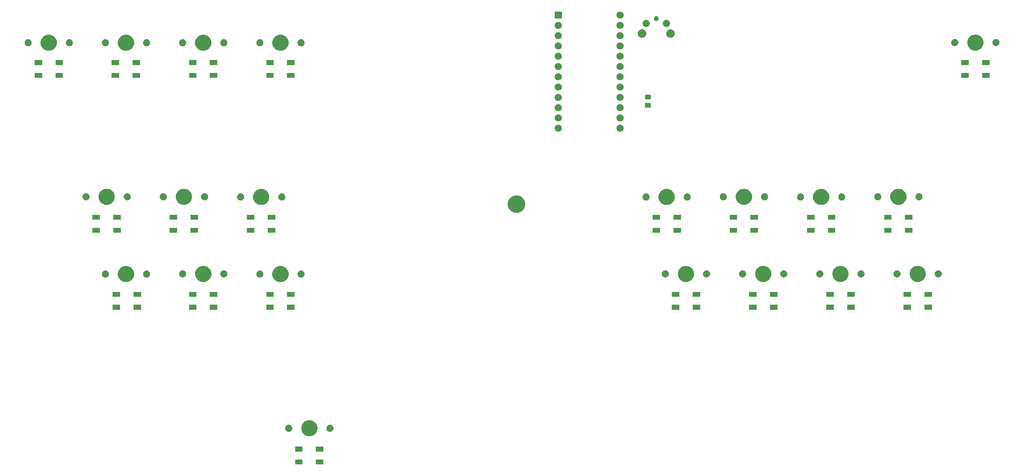
<source format=gbr>
G04 #@! TF.GenerationSoftware,KiCad,Pcbnew,5.0.1*
G04 #@! TF.CreationDate,2018-12-01T17:23:48-05:00*
G04 #@! TF.ProjectId,fightkeyb-pcb,66696768746B6579622D7063622E6B69,rev?*
G04 #@! TF.SameCoordinates,Original*
G04 #@! TF.FileFunction,Soldermask,Top*
G04 #@! TF.FilePolarity,Negative*
%FSLAX46Y46*%
G04 Gerber Fmt 4.6, Leading zero omitted, Abs format (unit mm)*
G04 Created by KiCad (PCBNEW 5.0.1) date Sat 01 Dec 2018 05:23:48 PM EST*
%MOMM*%
%LPD*%
G01*
G04 APERTURE LIST*
%ADD10C,0.100000*%
G04 APERTURE END LIST*
D10*
G36*
X104910160Y-135726120D02*
X103055960Y-135726120D01*
X103055960Y-134524700D01*
X104910160Y-134524700D01*
X104910160Y-135726120D01*
X104910160Y-135726120D01*
G37*
G36*
X99759040Y-135726120D02*
X97904840Y-135726120D01*
X97904840Y-134524700D01*
X99759040Y-134524700D01*
X99759040Y-135726120D01*
X99759040Y-135726120D01*
G37*
G36*
X104910160Y-132530800D02*
X103055960Y-132530800D01*
X103055960Y-131329380D01*
X104910160Y-131329380D01*
X104910160Y-132530800D01*
X104910160Y-132530800D01*
G37*
G36*
X99759040Y-132530800D02*
X97904840Y-132530800D01*
X97904840Y-131329380D01*
X99759040Y-131329380D01*
X99759040Y-132530800D01*
X99759040Y-132530800D01*
G37*
G36*
X102022849Y-124860474D02*
X102385716Y-125010778D01*
X102712287Y-125228986D01*
X102990014Y-125506713D01*
X103208222Y-125833284D01*
X103358526Y-126196151D01*
X103435150Y-126581368D01*
X103435150Y-126974132D01*
X103358526Y-127359349D01*
X103208222Y-127722216D01*
X102990014Y-128048787D01*
X102712287Y-128326514D01*
X102385716Y-128544722D01*
X102022849Y-128695026D01*
X101637632Y-128771650D01*
X101244868Y-128771650D01*
X100859651Y-128695026D01*
X100496784Y-128544722D01*
X100170213Y-128326514D01*
X99892486Y-128048787D01*
X99674278Y-127722216D01*
X99523974Y-127359349D01*
X99447350Y-126974132D01*
X99447350Y-126581368D01*
X99523974Y-126196151D01*
X99674278Y-125833284D01*
X99892486Y-125506713D01*
X100170213Y-125228986D01*
X100496784Y-125010778D01*
X100859651Y-124860474D01*
X101244868Y-124783850D01*
X101637632Y-124783850D01*
X102022849Y-124860474D01*
X102022849Y-124860474D01*
G37*
G36*
X106776478Y-125936375D02*
X106935717Y-126002334D01*
X107079033Y-126098095D01*
X107200905Y-126219967D01*
X107296666Y-126363283D01*
X107362625Y-126522522D01*
X107396250Y-126691569D01*
X107396250Y-126863931D01*
X107362625Y-127032978D01*
X107296666Y-127192217D01*
X107200905Y-127335533D01*
X107079033Y-127457405D01*
X106935717Y-127553166D01*
X106776478Y-127619125D01*
X106607431Y-127652750D01*
X106435069Y-127652750D01*
X106266022Y-127619125D01*
X106106783Y-127553166D01*
X105963467Y-127457405D01*
X105841595Y-127335533D01*
X105745834Y-127192217D01*
X105679875Y-127032978D01*
X105646250Y-126863931D01*
X105646250Y-126691569D01*
X105679875Y-126522522D01*
X105745834Y-126363283D01*
X105841595Y-126219967D01*
X105963467Y-126098095D01*
X106106783Y-126002334D01*
X106266022Y-125936375D01*
X106435069Y-125902750D01*
X106607431Y-125902750D01*
X106776478Y-125936375D01*
X106776478Y-125936375D01*
G37*
G36*
X96616478Y-125936375D02*
X96775717Y-126002334D01*
X96919033Y-126098095D01*
X97040905Y-126219967D01*
X97136666Y-126363283D01*
X97202625Y-126522522D01*
X97236250Y-126691569D01*
X97236250Y-126863931D01*
X97202625Y-127032978D01*
X97136666Y-127192217D01*
X97040905Y-127335533D01*
X96919033Y-127457405D01*
X96775717Y-127553166D01*
X96616478Y-127619125D01*
X96447431Y-127652750D01*
X96275069Y-127652750D01*
X96106022Y-127619125D01*
X95946783Y-127553166D01*
X95803467Y-127457405D01*
X95681595Y-127335533D01*
X95585834Y-127192217D01*
X95519875Y-127032978D01*
X95486250Y-126863931D01*
X95486250Y-126691569D01*
X95519875Y-126522522D01*
X95585834Y-126363283D01*
X95681595Y-126219967D01*
X95803467Y-126098095D01*
X95946783Y-126002334D01*
X96106022Y-125936375D01*
X96275069Y-125902750D01*
X96447431Y-125902750D01*
X96616478Y-125936375D01*
X96616478Y-125936375D01*
G37*
G36*
X249811540Y-97476120D02*
X247957340Y-97476120D01*
X247957340Y-96274700D01*
X249811540Y-96274700D01*
X249811540Y-97476120D01*
X249811540Y-97476120D01*
G37*
G36*
X59910160Y-97476120D02*
X58055960Y-97476120D01*
X58055960Y-96274700D01*
X59910160Y-96274700D01*
X59910160Y-97476120D01*
X59910160Y-97476120D01*
G37*
G36*
X54759040Y-97476120D02*
X52904840Y-97476120D01*
X52904840Y-96274700D01*
X54759040Y-96274700D01*
X54759040Y-97476120D01*
X54759040Y-97476120D01*
G37*
G36*
X73599040Y-97476120D02*
X71744840Y-97476120D01*
X71744840Y-96274700D01*
X73599040Y-96274700D01*
X73599040Y-97476120D01*
X73599040Y-97476120D01*
G37*
G36*
X254962660Y-97476120D02*
X253108460Y-97476120D01*
X253108460Y-96274700D01*
X254962660Y-96274700D01*
X254962660Y-97476120D01*
X254962660Y-97476120D01*
G37*
G36*
X235910160Y-97476120D02*
X234055960Y-97476120D01*
X234055960Y-96274700D01*
X235910160Y-96274700D01*
X235910160Y-97476120D01*
X235910160Y-97476120D01*
G37*
G36*
X216862660Y-97476120D02*
X215008460Y-97476120D01*
X215008460Y-96274700D01*
X216862660Y-96274700D01*
X216862660Y-97476120D01*
X216862660Y-97476120D01*
G37*
G36*
X211711540Y-97476120D02*
X209857340Y-97476120D01*
X209857340Y-96274700D01*
X211711540Y-96274700D01*
X211711540Y-97476120D01*
X211711540Y-97476120D01*
G37*
G36*
X192661540Y-97476120D02*
X190807340Y-97476120D01*
X190807340Y-96274700D01*
X192661540Y-96274700D01*
X192661540Y-97476120D01*
X192661540Y-97476120D01*
G37*
G36*
X197812660Y-97476120D02*
X195958460Y-97476120D01*
X195958460Y-96274700D01*
X197812660Y-96274700D01*
X197812660Y-97476120D01*
X197812660Y-97476120D01*
G37*
G36*
X92649040Y-97476120D02*
X90794840Y-97476120D01*
X90794840Y-96274700D01*
X92649040Y-96274700D01*
X92649040Y-97476120D01*
X92649040Y-97476120D01*
G37*
G36*
X97800160Y-97476120D02*
X95945960Y-97476120D01*
X95945960Y-96274700D01*
X97800160Y-96274700D01*
X97800160Y-97476120D01*
X97800160Y-97476120D01*
G37*
G36*
X78750160Y-97476120D02*
X76895960Y-97476120D01*
X76895960Y-96274700D01*
X78750160Y-96274700D01*
X78750160Y-97476120D01*
X78750160Y-97476120D01*
G37*
G36*
X230759040Y-97476120D02*
X228904840Y-97476120D01*
X228904840Y-96274700D01*
X230759040Y-96274700D01*
X230759040Y-97476120D01*
X230759040Y-97476120D01*
G37*
G36*
X230759040Y-94280800D02*
X228904840Y-94280800D01*
X228904840Y-93079380D01*
X230759040Y-93079380D01*
X230759040Y-94280800D01*
X230759040Y-94280800D01*
G37*
G36*
X73599040Y-94280800D02*
X71744840Y-94280800D01*
X71744840Y-93079380D01*
X73599040Y-93079380D01*
X73599040Y-94280800D01*
X73599040Y-94280800D01*
G37*
G36*
X97800160Y-94280800D02*
X95945960Y-94280800D01*
X95945960Y-93079380D01*
X97800160Y-93079380D01*
X97800160Y-94280800D01*
X97800160Y-94280800D01*
G37*
G36*
X92649040Y-94280800D02*
X90794840Y-94280800D01*
X90794840Y-93079380D01*
X92649040Y-93079380D01*
X92649040Y-94280800D01*
X92649040Y-94280800D01*
G37*
G36*
X197812660Y-94280800D02*
X195958460Y-94280800D01*
X195958460Y-93079380D01*
X197812660Y-93079380D01*
X197812660Y-94280800D01*
X197812660Y-94280800D01*
G37*
G36*
X192661540Y-94280800D02*
X190807340Y-94280800D01*
X190807340Y-93079380D01*
X192661540Y-93079380D01*
X192661540Y-94280800D01*
X192661540Y-94280800D01*
G37*
G36*
X54759040Y-94280800D02*
X52904840Y-94280800D01*
X52904840Y-93079380D01*
X54759040Y-93079380D01*
X54759040Y-94280800D01*
X54759040Y-94280800D01*
G37*
G36*
X59910160Y-94280800D02*
X58055960Y-94280800D01*
X58055960Y-93079380D01*
X59910160Y-93079380D01*
X59910160Y-94280800D01*
X59910160Y-94280800D01*
G37*
G36*
X211711540Y-94280800D02*
X209857340Y-94280800D01*
X209857340Y-93079380D01*
X211711540Y-93079380D01*
X211711540Y-94280800D01*
X211711540Y-94280800D01*
G37*
G36*
X216862660Y-94280800D02*
X215008460Y-94280800D01*
X215008460Y-93079380D01*
X216862660Y-93079380D01*
X216862660Y-94280800D01*
X216862660Y-94280800D01*
G37*
G36*
X235910160Y-94280800D02*
X234055960Y-94280800D01*
X234055960Y-93079380D01*
X235910160Y-93079380D01*
X235910160Y-94280800D01*
X235910160Y-94280800D01*
G37*
G36*
X254962660Y-94280800D02*
X253108460Y-94280800D01*
X253108460Y-93079380D01*
X254962660Y-93079380D01*
X254962660Y-94280800D01*
X254962660Y-94280800D01*
G37*
G36*
X78750160Y-94280800D02*
X76895960Y-94280800D01*
X76895960Y-93079380D01*
X78750160Y-93079380D01*
X78750160Y-94280800D01*
X78750160Y-94280800D01*
G37*
G36*
X249811540Y-94280800D02*
X247957340Y-94280800D01*
X247957340Y-93079380D01*
X249811540Y-93079380D01*
X249811540Y-94280800D01*
X249811540Y-94280800D01*
G37*
G36*
X94879099Y-86760474D02*
X95241966Y-86910778D01*
X95568537Y-87128986D01*
X95846264Y-87406713D01*
X96064472Y-87733284D01*
X96214776Y-88096151D01*
X96291400Y-88481368D01*
X96291400Y-88874132D01*
X96214776Y-89259349D01*
X96064472Y-89622216D01*
X95846264Y-89948787D01*
X95568537Y-90226514D01*
X95241966Y-90444722D01*
X94879099Y-90595026D01*
X94493882Y-90671650D01*
X94101118Y-90671650D01*
X93715901Y-90595026D01*
X93353034Y-90444722D01*
X93026463Y-90226514D01*
X92748736Y-89948787D01*
X92530528Y-89622216D01*
X92380224Y-89259349D01*
X92303600Y-88874132D01*
X92303600Y-88481368D01*
X92380224Y-88096151D01*
X92530528Y-87733284D01*
X92748736Y-87406713D01*
X93026463Y-87128986D01*
X93353034Y-86910778D01*
X93715901Y-86760474D01*
X94101118Y-86683850D01*
X94493882Y-86683850D01*
X94879099Y-86760474D01*
X94879099Y-86760474D01*
G37*
G36*
X56779099Y-86760474D02*
X57141966Y-86910778D01*
X57468537Y-87128986D01*
X57746264Y-87406713D01*
X57964472Y-87733284D01*
X58114776Y-88096151D01*
X58191400Y-88481368D01*
X58191400Y-88874132D01*
X58114776Y-89259349D01*
X57964472Y-89622216D01*
X57746264Y-89948787D01*
X57468537Y-90226514D01*
X57141966Y-90444722D01*
X56779099Y-90595026D01*
X56393882Y-90671650D01*
X56001118Y-90671650D01*
X55615901Y-90595026D01*
X55253034Y-90444722D01*
X54926463Y-90226514D01*
X54648736Y-89948787D01*
X54430528Y-89622216D01*
X54280224Y-89259349D01*
X54203600Y-88874132D01*
X54203600Y-88481368D01*
X54280224Y-88096151D01*
X54430528Y-87733284D01*
X54648736Y-87406713D01*
X54926463Y-87128986D01*
X55253034Y-86910778D01*
X55615901Y-86760474D01*
X56001118Y-86683850D01*
X56393882Y-86683850D01*
X56779099Y-86760474D01*
X56779099Y-86760474D01*
G37*
G36*
X75829099Y-86728724D02*
X76191966Y-86879028D01*
X76518537Y-87097236D01*
X76796264Y-87374963D01*
X77014472Y-87701534D01*
X77164776Y-88064401D01*
X77241400Y-88449618D01*
X77241400Y-88842382D01*
X77164776Y-89227599D01*
X77014472Y-89590466D01*
X76796264Y-89917037D01*
X76518537Y-90194764D01*
X76191966Y-90412972D01*
X75829099Y-90563276D01*
X75443882Y-90639900D01*
X75051118Y-90639900D01*
X74665901Y-90563276D01*
X74303034Y-90412972D01*
X73976463Y-90194764D01*
X73698736Y-89917037D01*
X73480528Y-89590466D01*
X73330224Y-89227599D01*
X73253600Y-88842382D01*
X73253600Y-88449618D01*
X73330224Y-88064401D01*
X73480528Y-87701534D01*
X73698736Y-87374963D01*
X73976463Y-87097236D01*
X74303034Y-86879028D01*
X74665901Y-86728724D01*
X75051118Y-86652100D01*
X75443882Y-86652100D01*
X75829099Y-86728724D01*
X75829099Y-86728724D01*
G37*
G36*
X252041599Y-86728724D02*
X252404466Y-86879028D01*
X252731037Y-87097236D01*
X253008764Y-87374963D01*
X253226972Y-87701534D01*
X253377276Y-88064401D01*
X253453900Y-88449618D01*
X253453900Y-88842382D01*
X253377276Y-89227599D01*
X253226972Y-89590466D01*
X253008764Y-89917037D01*
X252731037Y-90194764D01*
X252404466Y-90412972D01*
X252041599Y-90563276D01*
X251656382Y-90639900D01*
X251263618Y-90639900D01*
X250878401Y-90563276D01*
X250515534Y-90412972D01*
X250188963Y-90194764D01*
X249911236Y-89917037D01*
X249693028Y-89590466D01*
X249542724Y-89227599D01*
X249466100Y-88842382D01*
X249466100Y-88449618D01*
X249542724Y-88064401D01*
X249693028Y-87701534D01*
X249911236Y-87374963D01*
X250188963Y-87097236D01*
X250515534Y-86879028D01*
X250878401Y-86728724D01*
X251263618Y-86652100D01*
X251656382Y-86652100D01*
X252041599Y-86728724D01*
X252041599Y-86728724D01*
G37*
G36*
X232991599Y-86728724D02*
X233354466Y-86879028D01*
X233681037Y-87097236D01*
X233958764Y-87374963D01*
X234176972Y-87701534D01*
X234327276Y-88064401D01*
X234403900Y-88449618D01*
X234403900Y-88842382D01*
X234327276Y-89227599D01*
X234176972Y-89590466D01*
X233958764Y-89917037D01*
X233681037Y-90194764D01*
X233354466Y-90412972D01*
X232991599Y-90563276D01*
X232606382Y-90639900D01*
X232213618Y-90639900D01*
X231828401Y-90563276D01*
X231465534Y-90412972D01*
X231138963Y-90194764D01*
X230861236Y-89917037D01*
X230643028Y-89590466D01*
X230492724Y-89227599D01*
X230416100Y-88842382D01*
X230416100Y-88449618D01*
X230492724Y-88064401D01*
X230643028Y-87701534D01*
X230861236Y-87374963D01*
X231138963Y-87097236D01*
X231465534Y-86879028D01*
X231828401Y-86728724D01*
X232213618Y-86652100D01*
X232606382Y-86652100D01*
X232991599Y-86728724D01*
X232991599Y-86728724D01*
G37*
G36*
X213941599Y-86728724D02*
X214304466Y-86879028D01*
X214631037Y-87097236D01*
X214908764Y-87374963D01*
X215126972Y-87701534D01*
X215277276Y-88064401D01*
X215353900Y-88449618D01*
X215353900Y-88842382D01*
X215277276Y-89227599D01*
X215126972Y-89590466D01*
X214908764Y-89917037D01*
X214631037Y-90194764D01*
X214304466Y-90412972D01*
X213941599Y-90563276D01*
X213556382Y-90639900D01*
X213163618Y-90639900D01*
X212778401Y-90563276D01*
X212415534Y-90412972D01*
X212088963Y-90194764D01*
X211811236Y-89917037D01*
X211593028Y-89590466D01*
X211442724Y-89227599D01*
X211366100Y-88842382D01*
X211366100Y-88449618D01*
X211442724Y-88064401D01*
X211593028Y-87701534D01*
X211811236Y-87374963D01*
X212088963Y-87097236D01*
X212415534Y-86879028D01*
X212778401Y-86728724D01*
X213163618Y-86652100D01*
X213556382Y-86652100D01*
X213941599Y-86728724D01*
X213941599Y-86728724D01*
G37*
G36*
X194891599Y-86728724D02*
X195254466Y-86879028D01*
X195581037Y-87097236D01*
X195858764Y-87374963D01*
X196076972Y-87701534D01*
X196227276Y-88064401D01*
X196303900Y-88449618D01*
X196303900Y-88842382D01*
X196227276Y-89227599D01*
X196076972Y-89590466D01*
X195858764Y-89917037D01*
X195581037Y-90194764D01*
X195254466Y-90412972D01*
X194891599Y-90563276D01*
X194506382Y-90639900D01*
X194113618Y-90639900D01*
X193728401Y-90563276D01*
X193365534Y-90412972D01*
X193038963Y-90194764D01*
X192761236Y-89917037D01*
X192543028Y-89590466D01*
X192392724Y-89227599D01*
X192316100Y-88842382D01*
X192316100Y-88449618D01*
X192392724Y-88064401D01*
X192543028Y-87701534D01*
X192761236Y-87374963D01*
X193038963Y-87097236D01*
X193365534Y-86879028D01*
X193728401Y-86728724D01*
X194113618Y-86652100D01*
X194506382Y-86652100D01*
X194891599Y-86728724D01*
X194891599Y-86728724D01*
G37*
G36*
X99632728Y-87836375D02*
X99791967Y-87902334D01*
X99935283Y-87998095D01*
X100057155Y-88119967D01*
X100152916Y-88263283D01*
X100218875Y-88422522D01*
X100252500Y-88591569D01*
X100252500Y-88763931D01*
X100218875Y-88932978D01*
X100152916Y-89092217D01*
X100057155Y-89235533D01*
X99935283Y-89357405D01*
X99791967Y-89453166D01*
X99632728Y-89519125D01*
X99463681Y-89552750D01*
X99291319Y-89552750D01*
X99122272Y-89519125D01*
X98963033Y-89453166D01*
X98819717Y-89357405D01*
X98697845Y-89235533D01*
X98602084Y-89092217D01*
X98536125Y-88932978D01*
X98502500Y-88763931D01*
X98502500Y-88591569D01*
X98536125Y-88422522D01*
X98602084Y-88263283D01*
X98697845Y-88119967D01*
X98819717Y-87998095D01*
X98963033Y-87902334D01*
X99122272Y-87836375D01*
X99291319Y-87802750D01*
X99463681Y-87802750D01*
X99632728Y-87836375D01*
X99632728Y-87836375D01*
G37*
G36*
X51372728Y-87836375D02*
X51531967Y-87902334D01*
X51675283Y-87998095D01*
X51797155Y-88119967D01*
X51892916Y-88263283D01*
X51958875Y-88422522D01*
X51992500Y-88591569D01*
X51992500Y-88763931D01*
X51958875Y-88932978D01*
X51892916Y-89092217D01*
X51797155Y-89235533D01*
X51675283Y-89357405D01*
X51531967Y-89453166D01*
X51372728Y-89519125D01*
X51203681Y-89552750D01*
X51031319Y-89552750D01*
X50862272Y-89519125D01*
X50703033Y-89453166D01*
X50559717Y-89357405D01*
X50437845Y-89235533D01*
X50342084Y-89092217D01*
X50276125Y-88932978D01*
X50242500Y-88763931D01*
X50242500Y-88591569D01*
X50276125Y-88422522D01*
X50342084Y-88263283D01*
X50437845Y-88119967D01*
X50559717Y-87998095D01*
X50703033Y-87902334D01*
X50862272Y-87836375D01*
X51031319Y-87802750D01*
X51203681Y-87802750D01*
X51372728Y-87836375D01*
X51372728Y-87836375D01*
G37*
G36*
X89472728Y-87836375D02*
X89631967Y-87902334D01*
X89775283Y-87998095D01*
X89897155Y-88119967D01*
X89992916Y-88263283D01*
X90058875Y-88422522D01*
X90092500Y-88591569D01*
X90092500Y-88763931D01*
X90058875Y-88932978D01*
X89992916Y-89092217D01*
X89897155Y-89235533D01*
X89775283Y-89357405D01*
X89631967Y-89453166D01*
X89472728Y-89519125D01*
X89303681Y-89552750D01*
X89131319Y-89552750D01*
X88962272Y-89519125D01*
X88803033Y-89453166D01*
X88659717Y-89357405D01*
X88537845Y-89235533D01*
X88442084Y-89092217D01*
X88376125Y-88932978D01*
X88342500Y-88763931D01*
X88342500Y-88591569D01*
X88376125Y-88422522D01*
X88442084Y-88263283D01*
X88537845Y-88119967D01*
X88659717Y-87998095D01*
X88803033Y-87902334D01*
X88962272Y-87836375D01*
X89131319Y-87802750D01*
X89303681Y-87802750D01*
X89472728Y-87836375D01*
X89472728Y-87836375D01*
G37*
G36*
X61532728Y-87836375D02*
X61691967Y-87902334D01*
X61835283Y-87998095D01*
X61957155Y-88119967D01*
X62052916Y-88263283D01*
X62118875Y-88422522D01*
X62152500Y-88591569D01*
X62152500Y-88763931D01*
X62118875Y-88932978D01*
X62052916Y-89092217D01*
X61957155Y-89235533D01*
X61835283Y-89357405D01*
X61691967Y-89453166D01*
X61532728Y-89519125D01*
X61363681Y-89552750D01*
X61191319Y-89552750D01*
X61022272Y-89519125D01*
X60863033Y-89453166D01*
X60719717Y-89357405D01*
X60597845Y-89235533D01*
X60502084Y-89092217D01*
X60436125Y-88932978D01*
X60402500Y-88763931D01*
X60402500Y-88591569D01*
X60436125Y-88422522D01*
X60502084Y-88263283D01*
X60597845Y-88119967D01*
X60719717Y-87998095D01*
X60863033Y-87902334D01*
X61022272Y-87836375D01*
X61191319Y-87802750D01*
X61363681Y-87802750D01*
X61532728Y-87836375D01*
X61532728Y-87836375D01*
G37*
G36*
X189485228Y-87804625D02*
X189644467Y-87870584D01*
X189787783Y-87966345D01*
X189909655Y-88088217D01*
X190005416Y-88231533D01*
X190071375Y-88390772D01*
X190105000Y-88559819D01*
X190105000Y-88732181D01*
X190071375Y-88901228D01*
X190005416Y-89060467D01*
X189909655Y-89203783D01*
X189787783Y-89325655D01*
X189644467Y-89421416D01*
X189485228Y-89487375D01*
X189316181Y-89521000D01*
X189143819Y-89521000D01*
X188974772Y-89487375D01*
X188815533Y-89421416D01*
X188672217Y-89325655D01*
X188550345Y-89203783D01*
X188454584Y-89060467D01*
X188388625Y-88901228D01*
X188355000Y-88732181D01*
X188355000Y-88559819D01*
X188388625Y-88390772D01*
X188454584Y-88231533D01*
X188550345Y-88088217D01*
X188672217Y-87966345D01*
X188815533Y-87870584D01*
X188974772Y-87804625D01*
X189143819Y-87771000D01*
X189316181Y-87771000D01*
X189485228Y-87804625D01*
X189485228Y-87804625D01*
G37*
G36*
X70422728Y-87804625D02*
X70581967Y-87870584D01*
X70725283Y-87966345D01*
X70847155Y-88088217D01*
X70942916Y-88231533D01*
X71008875Y-88390772D01*
X71042500Y-88559819D01*
X71042500Y-88732181D01*
X71008875Y-88901228D01*
X70942916Y-89060467D01*
X70847155Y-89203783D01*
X70725283Y-89325655D01*
X70581967Y-89421416D01*
X70422728Y-89487375D01*
X70253681Y-89521000D01*
X70081319Y-89521000D01*
X69912272Y-89487375D01*
X69753033Y-89421416D01*
X69609717Y-89325655D01*
X69487845Y-89203783D01*
X69392084Y-89060467D01*
X69326125Y-88901228D01*
X69292500Y-88732181D01*
X69292500Y-88559819D01*
X69326125Y-88390772D01*
X69392084Y-88231533D01*
X69487845Y-88088217D01*
X69609717Y-87966345D01*
X69753033Y-87870584D01*
X69912272Y-87804625D01*
X70081319Y-87771000D01*
X70253681Y-87771000D01*
X70422728Y-87804625D01*
X70422728Y-87804625D01*
G37*
G36*
X80582728Y-87804625D02*
X80741967Y-87870584D01*
X80885283Y-87966345D01*
X81007155Y-88088217D01*
X81102916Y-88231533D01*
X81168875Y-88390772D01*
X81202500Y-88559819D01*
X81202500Y-88732181D01*
X81168875Y-88901228D01*
X81102916Y-89060467D01*
X81007155Y-89203783D01*
X80885283Y-89325655D01*
X80741967Y-89421416D01*
X80582728Y-89487375D01*
X80413681Y-89521000D01*
X80241319Y-89521000D01*
X80072272Y-89487375D01*
X79913033Y-89421416D01*
X79769717Y-89325655D01*
X79647845Y-89203783D01*
X79552084Y-89060467D01*
X79486125Y-88901228D01*
X79452500Y-88732181D01*
X79452500Y-88559819D01*
X79486125Y-88390772D01*
X79552084Y-88231533D01*
X79647845Y-88088217D01*
X79769717Y-87966345D01*
X79913033Y-87870584D01*
X80072272Y-87804625D01*
X80241319Y-87771000D01*
X80413681Y-87771000D01*
X80582728Y-87804625D01*
X80582728Y-87804625D01*
G37*
G36*
X199645228Y-87804625D02*
X199804467Y-87870584D01*
X199947783Y-87966345D01*
X200069655Y-88088217D01*
X200165416Y-88231533D01*
X200231375Y-88390772D01*
X200265000Y-88559819D01*
X200265000Y-88732181D01*
X200231375Y-88901228D01*
X200165416Y-89060467D01*
X200069655Y-89203783D01*
X199947783Y-89325655D01*
X199804467Y-89421416D01*
X199645228Y-89487375D01*
X199476181Y-89521000D01*
X199303819Y-89521000D01*
X199134772Y-89487375D01*
X198975533Y-89421416D01*
X198832217Y-89325655D01*
X198710345Y-89203783D01*
X198614584Y-89060467D01*
X198548625Y-88901228D01*
X198515000Y-88732181D01*
X198515000Y-88559819D01*
X198548625Y-88390772D01*
X198614584Y-88231533D01*
X198710345Y-88088217D01*
X198832217Y-87966345D01*
X198975533Y-87870584D01*
X199134772Y-87804625D01*
X199303819Y-87771000D01*
X199476181Y-87771000D01*
X199645228Y-87804625D01*
X199645228Y-87804625D01*
G37*
G36*
X218695228Y-87804625D02*
X218854467Y-87870584D01*
X218997783Y-87966345D01*
X219119655Y-88088217D01*
X219215416Y-88231533D01*
X219281375Y-88390772D01*
X219315000Y-88559819D01*
X219315000Y-88732181D01*
X219281375Y-88901228D01*
X219215416Y-89060467D01*
X219119655Y-89203783D01*
X218997783Y-89325655D01*
X218854467Y-89421416D01*
X218695228Y-89487375D01*
X218526181Y-89521000D01*
X218353819Y-89521000D01*
X218184772Y-89487375D01*
X218025533Y-89421416D01*
X217882217Y-89325655D01*
X217760345Y-89203783D01*
X217664584Y-89060467D01*
X217598625Y-88901228D01*
X217565000Y-88732181D01*
X217565000Y-88559819D01*
X217598625Y-88390772D01*
X217664584Y-88231533D01*
X217760345Y-88088217D01*
X217882217Y-87966345D01*
X218025533Y-87870584D01*
X218184772Y-87804625D01*
X218353819Y-87771000D01*
X218526181Y-87771000D01*
X218695228Y-87804625D01*
X218695228Y-87804625D01*
G37*
G36*
X208535228Y-87804625D02*
X208694467Y-87870584D01*
X208837783Y-87966345D01*
X208959655Y-88088217D01*
X209055416Y-88231533D01*
X209121375Y-88390772D01*
X209155000Y-88559819D01*
X209155000Y-88732181D01*
X209121375Y-88901228D01*
X209055416Y-89060467D01*
X208959655Y-89203783D01*
X208837783Y-89325655D01*
X208694467Y-89421416D01*
X208535228Y-89487375D01*
X208366181Y-89521000D01*
X208193819Y-89521000D01*
X208024772Y-89487375D01*
X207865533Y-89421416D01*
X207722217Y-89325655D01*
X207600345Y-89203783D01*
X207504584Y-89060467D01*
X207438625Y-88901228D01*
X207405000Y-88732181D01*
X207405000Y-88559819D01*
X207438625Y-88390772D01*
X207504584Y-88231533D01*
X207600345Y-88088217D01*
X207722217Y-87966345D01*
X207865533Y-87870584D01*
X208024772Y-87804625D01*
X208193819Y-87771000D01*
X208366181Y-87771000D01*
X208535228Y-87804625D01*
X208535228Y-87804625D01*
G37*
G36*
X227585228Y-87804625D02*
X227744467Y-87870584D01*
X227887783Y-87966345D01*
X228009655Y-88088217D01*
X228105416Y-88231533D01*
X228171375Y-88390772D01*
X228205000Y-88559819D01*
X228205000Y-88732181D01*
X228171375Y-88901228D01*
X228105416Y-89060467D01*
X228009655Y-89203783D01*
X227887783Y-89325655D01*
X227744467Y-89421416D01*
X227585228Y-89487375D01*
X227416181Y-89521000D01*
X227243819Y-89521000D01*
X227074772Y-89487375D01*
X226915533Y-89421416D01*
X226772217Y-89325655D01*
X226650345Y-89203783D01*
X226554584Y-89060467D01*
X226488625Y-88901228D01*
X226455000Y-88732181D01*
X226455000Y-88559819D01*
X226488625Y-88390772D01*
X226554584Y-88231533D01*
X226650345Y-88088217D01*
X226772217Y-87966345D01*
X226915533Y-87870584D01*
X227074772Y-87804625D01*
X227243819Y-87771000D01*
X227416181Y-87771000D01*
X227585228Y-87804625D01*
X227585228Y-87804625D01*
G37*
G36*
X237745228Y-87804625D02*
X237904467Y-87870584D01*
X238047783Y-87966345D01*
X238169655Y-88088217D01*
X238265416Y-88231533D01*
X238331375Y-88390772D01*
X238365000Y-88559819D01*
X238365000Y-88732181D01*
X238331375Y-88901228D01*
X238265416Y-89060467D01*
X238169655Y-89203783D01*
X238047783Y-89325655D01*
X237904467Y-89421416D01*
X237745228Y-89487375D01*
X237576181Y-89521000D01*
X237403819Y-89521000D01*
X237234772Y-89487375D01*
X237075533Y-89421416D01*
X236932217Y-89325655D01*
X236810345Y-89203783D01*
X236714584Y-89060467D01*
X236648625Y-88901228D01*
X236615000Y-88732181D01*
X236615000Y-88559819D01*
X236648625Y-88390772D01*
X236714584Y-88231533D01*
X236810345Y-88088217D01*
X236932217Y-87966345D01*
X237075533Y-87870584D01*
X237234772Y-87804625D01*
X237403819Y-87771000D01*
X237576181Y-87771000D01*
X237745228Y-87804625D01*
X237745228Y-87804625D01*
G37*
G36*
X256795228Y-87804625D02*
X256954467Y-87870584D01*
X257097783Y-87966345D01*
X257219655Y-88088217D01*
X257315416Y-88231533D01*
X257381375Y-88390772D01*
X257415000Y-88559819D01*
X257415000Y-88732181D01*
X257381375Y-88901228D01*
X257315416Y-89060467D01*
X257219655Y-89203783D01*
X257097783Y-89325655D01*
X256954467Y-89421416D01*
X256795228Y-89487375D01*
X256626181Y-89521000D01*
X256453819Y-89521000D01*
X256284772Y-89487375D01*
X256125533Y-89421416D01*
X255982217Y-89325655D01*
X255860345Y-89203783D01*
X255764584Y-89060467D01*
X255698625Y-88901228D01*
X255665000Y-88732181D01*
X255665000Y-88559819D01*
X255698625Y-88390772D01*
X255764584Y-88231533D01*
X255860345Y-88088217D01*
X255982217Y-87966345D01*
X256125533Y-87870584D01*
X256284772Y-87804625D01*
X256453819Y-87771000D01*
X256626181Y-87771000D01*
X256795228Y-87804625D01*
X256795228Y-87804625D01*
G37*
G36*
X246635228Y-87804625D02*
X246794467Y-87870584D01*
X246937783Y-87966345D01*
X247059655Y-88088217D01*
X247155416Y-88231533D01*
X247221375Y-88390772D01*
X247255000Y-88559819D01*
X247255000Y-88732181D01*
X247221375Y-88901228D01*
X247155416Y-89060467D01*
X247059655Y-89203783D01*
X246937783Y-89325655D01*
X246794467Y-89421416D01*
X246635228Y-89487375D01*
X246466181Y-89521000D01*
X246293819Y-89521000D01*
X246124772Y-89487375D01*
X245965533Y-89421416D01*
X245822217Y-89325655D01*
X245700345Y-89203783D01*
X245604584Y-89060467D01*
X245538625Y-88901228D01*
X245505000Y-88732181D01*
X245505000Y-88559819D01*
X245538625Y-88390772D01*
X245604584Y-88231533D01*
X245700345Y-88088217D01*
X245822217Y-87966345D01*
X245965533Y-87870584D01*
X246124772Y-87804625D01*
X246293819Y-87771000D01*
X246466181Y-87771000D01*
X246635228Y-87804625D01*
X246635228Y-87804625D01*
G37*
G36*
X193113660Y-78476120D02*
X191259460Y-78476120D01*
X191259460Y-77274700D01*
X193113660Y-77274700D01*
X193113660Y-78476120D01*
X193113660Y-78476120D01*
G37*
G36*
X231160160Y-78476120D02*
X229305960Y-78476120D01*
X229305960Y-77274700D01*
X231160160Y-77274700D01*
X231160160Y-78476120D01*
X231160160Y-78476120D01*
G37*
G36*
X226009040Y-78476120D02*
X224154840Y-78476120D01*
X224154840Y-77274700D01*
X226009040Y-77274700D01*
X226009040Y-78476120D01*
X226009040Y-78476120D01*
G37*
G36*
X212100160Y-78476120D02*
X210245960Y-78476120D01*
X210245960Y-77274700D01*
X212100160Y-77274700D01*
X212100160Y-78476120D01*
X212100160Y-78476120D01*
G37*
G36*
X206949040Y-78476120D02*
X205094840Y-78476120D01*
X205094840Y-77274700D01*
X206949040Y-77274700D01*
X206949040Y-78476120D01*
X206949040Y-78476120D01*
G37*
G36*
X187962540Y-78476120D02*
X186108340Y-78476120D01*
X186108340Y-77274700D01*
X187962540Y-77274700D01*
X187962540Y-78476120D01*
X187962540Y-78476120D01*
G37*
G36*
X245049040Y-78476120D02*
X243194840Y-78476120D01*
X243194840Y-77274700D01*
X245049040Y-77274700D01*
X245049040Y-78476120D01*
X245049040Y-78476120D01*
G37*
G36*
X93037660Y-78476120D02*
X91183460Y-78476120D01*
X91183460Y-77274700D01*
X93037660Y-77274700D01*
X93037660Y-78476120D01*
X93037660Y-78476120D01*
G37*
G36*
X73987660Y-78476120D02*
X72133460Y-78476120D01*
X72133460Y-77274700D01*
X73987660Y-77274700D01*
X73987660Y-78476120D01*
X73987660Y-78476120D01*
G37*
G36*
X49786540Y-78476120D02*
X47932340Y-78476120D01*
X47932340Y-77274700D01*
X49786540Y-77274700D01*
X49786540Y-78476120D01*
X49786540Y-78476120D01*
G37*
G36*
X54937660Y-78476120D02*
X53083460Y-78476120D01*
X53083460Y-77274700D01*
X54937660Y-77274700D01*
X54937660Y-78476120D01*
X54937660Y-78476120D01*
G37*
G36*
X87886540Y-78476120D02*
X86032340Y-78476120D01*
X86032340Y-77274700D01*
X87886540Y-77274700D01*
X87886540Y-78476120D01*
X87886540Y-78476120D01*
G37*
G36*
X68836540Y-78476120D02*
X66982340Y-78476120D01*
X66982340Y-77274700D01*
X68836540Y-77274700D01*
X68836540Y-78476120D01*
X68836540Y-78476120D01*
G37*
G36*
X250200160Y-78476120D02*
X248345960Y-78476120D01*
X248345960Y-77274700D01*
X250200160Y-77274700D01*
X250200160Y-78476120D01*
X250200160Y-78476120D01*
G37*
G36*
X206949040Y-75280800D02*
X205094840Y-75280800D01*
X205094840Y-74079380D01*
X206949040Y-74079380D01*
X206949040Y-75280800D01*
X206949040Y-75280800D01*
G37*
G36*
X250200160Y-75280800D02*
X248345960Y-75280800D01*
X248345960Y-74079380D01*
X250200160Y-74079380D01*
X250200160Y-75280800D01*
X250200160Y-75280800D01*
G37*
G36*
X245049040Y-75280800D02*
X243194840Y-75280800D01*
X243194840Y-74079380D01*
X245049040Y-74079380D01*
X245049040Y-75280800D01*
X245049040Y-75280800D01*
G37*
G36*
X231160160Y-75280800D02*
X229305960Y-75280800D01*
X229305960Y-74079380D01*
X231160160Y-74079380D01*
X231160160Y-75280800D01*
X231160160Y-75280800D01*
G37*
G36*
X49786540Y-75280800D02*
X47932340Y-75280800D01*
X47932340Y-74079380D01*
X49786540Y-74079380D01*
X49786540Y-75280800D01*
X49786540Y-75280800D01*
G37*
G36*
X54937660Y-75280800D02*
X53083460Y-75280800D01*
X53083460Y-74079380D01*
X54937660Y-74079380D01*
X54937660Y-75280800D01*
X54937660Y-75280800D01*
G37*
G36*
X226009040Y-75280800D02*
X224154840Y-75280800D01*
X224154840Y-74079380D01*
X226009040Y-74079380D01*
X226009040Y-75280800D01*
X226009040Y-75280800D01*
G37*
G36*
X212100160Y-75280800D02*
X210245960Y-75280800D01*
X210245960Y-74079380D01*
X212100160Y-74079380D01*
X212100160Y-75280800D01*
X212100160Y-75280800D01*
G37*
G36*
X68836540Y-75280800D02*
X66982340Y-75280800D01*
X66982340Y-74079380D01*
X68836540Y-74079380D01*
X68836540Y-75280800D01*
X68836540Y-75280800D01*
G37*
G36*
X193113660Y-75280800D02*
X191259460Y-75280800D01*
X191259460Y-74079380D01*
X193113660Y-74079380D01*
X193113660Y-75280800D01*
X193113660Y-75280800D01*
G37*
G36*
X187962540Y-75280800D02*
X186108340Y-75280800D01*
X186108340Y-74079380D01*
X187962540Y-74079380D01*
X187962540Y-75280800D01*
X187962540Y-75280800D01*
G37*
G36*
X93037660Y-75280800D02*
X91183460Y-75280800D01*
X91183460Y-74079380D01*
X93037660Y-74079380D01*
X93037660Y-75280800D01*
X93037660Y-75280800D01*
G37*
G36*
X73987660Y-75280800D02*
X72133460Y-75280800D01*
X72133460Y-74079380D01*
X73987660Y-74079380D01*
X73987660Y-75280800D01*
X73987660Y-75280800D01*
G37*
G36*
X87886540Y-75280800D02*
X86032340Y-75280800D01*
X86032340Y-74079380D01*
X87886540Y-74079380D01*
X87886540Y-75280800D01*
X87886540Y-75280800D01*
G37*
G36*
X152941944Y-69294061D02*
X153149632Y-69335373D01*
X153239317Y-69372522D01*
X153540906Y-69497444D01*
X153893048Y-69732738D01*
X154192512Y-70032202D01*
X154427806Y-70384344D01*
X154589877Y-70775619D01*
X154672500Y-71190992D01*
X154672500Y-71614508D01*
X154589877Y-72029881D01*
X154427806Y-72421156D01*
X154192512Y-72773298D01*
X153893048Y-73072762D01*
X153540906Y-73308056D01*
X153311703Y-73402995D01*
X153149632Y-73470127D01*
X152941945Y-73511438D01*
X152734258Y-73552750D01*
X152310742Y-73552750D01*
X152103055Y-73511438D01*
X151895368Y-73470127D01*
X151733297Y-73402995D01*
X151504094Y-73308056D01*
X151151952Y-73072762D01*
X150852488Y-72773298D01*
X150617194Y-72421156D01*
X150455123Y-72029881D01*
X150372500Y-71614508D01*
X150372500Y-71190992D01*
X150455123Y-70775619D01*
X150617194Y-70384344D01*
X150852488Y-70032202D01*
X151151952Y-69732738D01*
X151504094Y-69497444D01*
X151805683Y-69372522D01*
X151895368Y-69335373D01*
X152103056Y-69294061D01*
X152310742Y-69252750D01*
X152734258Y-69252750D01*
X152941944Y-69294061D01*
X152941944Y-69294061D01*
G37*
G36*
X90116599Y-67710474D02*
X90479466Y-67860778D01*
X90806037Y-68078986D01*
X91083764Y-68356713D01*
X91301972Y-68683284D01*
X91452276Y-69046151D01*
X91528900Y-69431368D01*
X91528900Y-69824132D01*
X91452276Y-70209349D01*
X91301972Y-70572216D01*
X91083764Y-70898787D01*
X90806037Y-71176514D01*
X90479466Y-71394722D01*
X90116599Y-71545026D01*
X89731382Y-71621650D01*
X89338618Y-71621650D01*
X88953401Y-71545026D01*
X88590534Y-71394722D01*
X88263963Y-71176514D01*
X87986236Y-70898787D01*
X87768028Y-70572216D01*
X87617724Y-70209349D01*
X87541100Y-69824132D01*
X87541100Y-69431368D01*
X87617724Y-69046151D01*
X87768028Y-68683284D01*
X87986236Y-68356713D01*
X88263963Y-68078986D01*
X88590534Y-67860778D01*
X88953401Y-67710474D01*
X89338618Y-67633850D01*
X89731382Y-67633850D01*
X90116599Y-67710474D01*
X90116599Y-67710474D01*
G37*
G36*
X190129099Y-67710474D02*
X190491966Y-67860778D01*
X190818537Y-68078986D01*
X191096264Y-68356713D01*
X191314472Y-68683284D01*
X191464776Y-69046151D01*
X191541400Y-69431368D01*
X191541400Y-69824132D01*
X191464776Y-70209349D01*
X191314472Y-70572216D01*
X191096264Y-70898787D01*
X190818537Y-71176514D01*
X190491966Y-71394722D01*
X190129099Y-71545026D01*
X189743882Y-71621650D01*
X189351118Y-71621650D01*
X188965901Y-71545026D01*
X188603034Y-71394722D01*
X188276463Y-71176514D01*
X187998736Y-70898787D01*
X187780528Y-70572216D01*
X187630224Y-70209349D01*
X187553600Y-69824132D01*
X187553600Y-69431368D01*
X187630224Y-69046151D01*
X187780528Y-68683284D01*
X187998736Y-68356713D01*
X188276463Y-68078986D01*
X188603034Y-67860778D01*
X188965901Y-67710474D01*
X189351118Y-67633850D01*
X189743882Y-67633850D01*
X190129099Y-67710474D01*
X190129099Y-67710474D01*
G37*
G36*
X228229099Y-67710474D02*
X228591966Y-67860778D01*
X228918537Y-68078986D01*
X229196264Y-68356713D01*
X229414472Y-68683284D01*
X229564776Y-69046151D01*
X229641400Y-69431368D01*
X229641400Y-69824132D01*
X229564776Y-70209349D01*
X229414472Y-70572216D01*
X229196264Y-70898787D01*
X228918537Y-71176514D01*
X228591966Y-71394722D01*
X228229099Y-71545026D01*
X227843882Y-71621650D01*
X227451118Y-71621650D01*
X227065901Y-71545026D01*
X226703034Y-71394722D01*
X226376463Y-71176514D01*
X226098736Y-70898787D01*
X225880528Y-70572216D01*
X225730224Y-70209349D01*
X225653600Y-69824132D01*
X225653600Y-69431368D01*
X225730224Y-69046151D01*
X225880528Y-68683284D01*
X226098736Y-68356713D01*
X226376463Y-68078986D01*
X226703034Y-67860778D01*
X227065901Y-67710474D01*
X227451118Y-67633850D01*
X227843882Y-67633850D01*
X228229099Y-67710474D01*
X228229099Y-67710474D01*
G37*
G36*
X247279099Y-67678724D02*
X247641966Y-67829028D01*
X247968537Y-68047236D01*
X248246264Y-68324963D01*
X248464472Y-68651534D01*
X248614776Y-69014401D01*
X248691400Y-69399618D01*
X248691400Y-69792382D01*
X248614776Y-70177599D01*
X248464472Y-70540466D01*
X248246264Y-70867037D01*
X247968537Y-71144764D01*
X247641966Y-71362972D01*
X247279099Y-71513276D01*
X246893882Y-71589900D01*
X246501118Y-71589900D01*
X246115901Y-71513276D01*
X245753034Y-71362972D01*
X245426463Y-71144764D01*
X245148736Y-70867037D01*
X244930528Y-70540466D01*
X244780224Y-70177599D01*
X244703600Y-69792382D01*
X244703600Y-69399618D01*
X244780224Y-69014401D01*
X244930528Y-68651534D01*
X245148736Y-68324963D01*
X245426463Y-68047236D01*
X245753034Y-67829028D01*
X246115901Y-67678724D01*
X246501118Y-67602100D01*
X246893882Y-67602100D01*
X247279099Y-67678724D01*
X247279099Y-67678724D01*
G37*
G36*
X52016599Y-67678724D02*
X52379466Y-67829028D01*
X52706037Y-68047236D01*
X52983764Y-68324963D01*
X53201972Y-68651534D01*
X53352276Y-69014401D01*
X53428900Y-69399618D01*
X53428900Y-69792382D01*
X53352276Y-70177599D01*
X53201972Y-70540466D01*
X52983764Y-70867037D01*
X52706037Y-71144764D01*
X52379466Y-71362972D01*
X52016599Y-71513276D01*
X51631382Y-71589900D01*
X51238618Y-71589900D01*
X50853401Y-71513276D01*
X50490534Y-71362972D01*
X50163963Y-71144764D01*
X49886236Y-70867037D01*
X49668028Y-70540466D01*
X49517724Y-70177599D01*
X49441100Y-69792382D01*
X49441100Y-69399618D01*
X49517724Y-69014401D01*
X49668028Y-68651534D01*
X49886236Y-68324963D01*
X50163963Y-68047236D01*
X50490534Y-67829028D01*
X50853401Y-67678724D01*
X51238618Y-67602100D01*
X51631382Y-67602100D01*
X52016599Y-67678724D01*
X52016599Y-67678724D01*
G37*
G36*
X209179099Y-67678724D02*
X209541966Y-67829028D01*
X209868537Y-68047236D01*
X210146264Y-68324963D01*
X210364472Y-68651534D01*
X210514776Y-69014401D01*
X210591400Y-69399618D01*
X210591400Y-69792382D01*
X210514776Y-70177599D01*
X210364472Y-70540466D01*
X210146264Y-70867037D01*
X209868537Y-71144764D01*
X209541966Y-71362972D01*
X209179099Y-71513276D01*
X208793882Y-71589900D01*
X208401118Y-71589900D01*
X208015901Y-71513276D01*
X207653034Y-71362972D01*
X207326463Y-71144764D01*
X207048736Y-70867037D01*
X206830528Y-70540466D01*
X206680224Y-70177599D01*
X206603600Y-69792382D01*
X206603600Y-69399618D01*
X206680224Y-69014401D01*
X206830528Y-68651534D01*
X207048736Y-68324963D01*
X207326463Y-68047236D01*
X207653034Y-67829028D01*
X208015901Y-67678724D01*
X208401118Y-67602100D01*
X208793882Y-67602100D01*
X209179099Y-67678724D01*
X209179099Y-67678724D01*
G37*
G36*
X71066599Y-67678724D02*
X71429466Y-67829028D01*
X71756037Y-68047236D01*
X72033764Y-68324963D01*
X72251972Y-68651534D01*
X72402276Y-69014401D01*
X72478900Y-69399618D01*
X72478900Y-69792382D01*
X72402276Y-70177599D01*
X72251972Y-70540466D01*
X72033764Y-70867037D01*
X71756037Y-71144764D01*
X71429466Y-71362972D01*
X71066599Y-71513276D01*
X70681382Y-71589900D01*
X70288618Y-71589900D01*
X69903401Y-71513276D01*
X69540534Y-71362972D01*
X69213963Y-71144764D01*
X68936236Y-70867037D01*
X68718028Y-70540466D01*
X68567724Y-70177599D01*
X68491100Y-69792382D01*
X68491100Y-69399618D01*
X68567724Y-69014401D01*
X68718028Y-68651534D01*
X68936236Y-68324963D01*
X69213963Y-68047236D01*
X69540534Y-67829028D01*
X69903401Y-67678724D01*
X70288618Y-67602100D01*
X70681382Y-67602100D01*
X71066599Y-67678724D01*
X71066599Y-67678724D01*
G37*
G36*
X184722728Y-68786375D02*
X184881967Y-68852334D01*
X185025283Y-68948095D01*
X185147155Y-69069967D01*
X185242916Y-69213283D01*
X185308875Y-69372522D01*
X185342500Y-69541569D01*
X185342500Y-69713931D01*
X185308875Y-69882978D01*
X185242916Y-70042217D01*
X185147155Y-70185533D01*
X185025283Y-70307405D01*
X184881967Y-70403166D01*
X184722728Y-70469125D01*
X184553681Y-70502750D01*
X184381319Y-70502750D01*
X184212272Y-70469125D01*
X184053033Y-70403166D01*
X183909717Y-70307405D01*
X183787845Y-70185533D01*
X183692084Y-70042217D01*
X183626125Y-69882978D01*
X183592500Y-69713931D01*
X183592500Y-69541569D01*
X183626125Y-69372522D01*
X183692084Y-69213283D01*
X183787845Y-69069967D01*
X183909717Y-68948095D01*
X184053033Y-68852334D01*
X184212272Y-68786375D01*
X184381319Y-68752750D01*
X184553681Y-68752750D01*
X184722728Y-68786375D01*
X184722728Y-68786375D01*
G37*
G36*
X94870228Y-68786375D02*
X95029467Y-68852334D01*
X95172783Y-68948095D01*
X95294655Y-69069967D01*
X95390416Y-69213283D01*
X95456375Y-69372522D01*
X95490000Y-69541569D01*
X95490000Y-69713931D01*
X95456375Y-69882978D01*
X95390416Y-70042217D01*
X95294655Y-70185533D01*
X95172783Y-70307405D01*
X95029467Y-70403166D01*
X94870228Y-70469125D01*
X94701181Y-70502750D01*
X94528819Y-70502750D01*
X94359772Y-70469125D01*
X94200533Y-70403166D01*
X94057217Y-70307405D01*
X93935345Y-70185533D01*
X93839584Y-70042217D01*
X93773625Y-69882978D01*
X93740000Y-69713931D01*
X93740000Y-69541569D01*
X93773625Y-69372522D01*
X93839584Y-69213283D01*
X93935345Y-69069967D01*
X94057217Y-68948095D01*
X94200533Y-68852334D01*
X94359772Y-68786375D01*
X94528819Y-68752750D01*
X94701181Y-68752750D01*
X94870228Y-68786375D01*
X94870228Y-68786375D01*
G37*
G36*
X84710228Y-68786375D02*
X84869467Y-68852334D01*
X85012783Y-68948095D01*
X85134655Y-69069967D01*
X85230416Y-69213283D01*
X85296375Y-69372522D01*
X85330000Y-69541569D01*
X85330000Y-69713931D01*
X85296375Y-69882978D01*
X85230416Y-70042217D01*
X85134655Y-70185533D01*
X85012783Y-70307405D01*
X84869467Y-70403166D01*
X84710228Y-70469125D01*
X84541181Y-70502750D01*
X84368819Y-70502750D01*
X84199772Y-70469125D01*
X84040533Y-70403166D01*
X83897217Y-70307405D01*
X83775345Y-70185533D01*
X83679584Y-70042217D01*
X83613625Y-69882978D01*
X83580000Y-69713931D01*
X83580000Y-69541569D01*
X83613625Y-69372522D01*
X83679584Y-69213283D01*
X83775345Y-69069967D01*
X83897217Y-68948095D01*
X84040533Y-68852334D01*
X84199772Y-68786375D01*
X84368819Y-68752750D01*
X84541181Y-68752750D01*
X84710228Y-68786375D01*
X84710228Y-68786375D01*
G37*
G36*
X194882728Y-68786375D02*
X195041967Y-68852334D01*
X195185283Y-68948095D01*
X195307155Y-69069967D01*
X195402916Y-69213283D01*
X195468875Y-69372522D01*
X195502500Y-69541569D01*
X195502500Y-69713931D01*
X195468875Y-69882978D01*
X195402916Y-70042217D01*
X195307155Y-70185533D01*
X195185283Y-70307405D01*
X195041967Y-70403166D01*
X194882728Y-70469125D01*
X194713681Y-70502750D01*
X194541319Y-70502750D01*
X194372272Y-70469125D01*
X194213033Y-70403166D01*
X194069717Y-70307405D01*
X193947845Y-70185533D01*
X193852084Y-70042217D01*
X193786125Y-69882978D01*
X193752500Y-69713931D01*
X193752500Y-69541569D01*
X193786125Y-69372522D01*
X193852084Y-69213283D01*
X193947845Y-69069967D01*
X194069717Y-68948095D01*
X194213033Y-68852334D01*
X194372272Y-68786375D01*
X194541319Y-68752750D01*
X194713681Y-68752750D01*
X194882728Y-68786375D01*
X194882728Y-68786375D01*
G37*
G36*
X222822728Y-68786375D02*
X222981967Y-68852334D01*
X223125283Y-68948095D01*
X223247155Y-69069967D01*
X223342916Y-69213283D01*
X223408875Y-69372522D01*
X223442500Y-69541569D01*
X223442500Y-69713931D01*
X223408875Y-69882978D01*
X223342916Y-70042217D01*
X223247155Y-70185533D01*
X223125283Y-70307405D01*
X222981967Y-70403166D01*
X222822728Y-70469125D01*
X222653681Y-70502750D01*
X222481319Y-70502750D01*
X222312272Y-70469125D01*
X222153033Y-70403166D01*
X222009717Y-70307405D01*
X221887845Y-70185533D01*
X221792084Y-70042217D01*
X221726125Y-69882978D01*
X221692500Y-69713931D01*
X221692500Y-69541569D01*
X221726125Y-69372522D01*
X221792084Y-69213283D01*
X221887845Y-69069967D01*
X222009717Y-68948095D01*
X222153033Y-68852334D01*
X222312272Y-68786375D01*
X222481319Y-68752750D01*
X222653681Y-68752750D01*
X222822728Y-68786375D01*
X222822728Y-68786375D01*
G37*
G36*
X232982728Y-68786375D02*
X233141967Y-68852334D01*
X233285283Y-68948095D01*
X233407155Y-69069967D01*
X233502916Y-69213283D01*
X233568875Y-69372522D01*
X233602500Y-69541569D01*
X233602500Y-69713931D01*
X233568875Y-69882978D01*
X233502916Y-70042217D01*
X233407155Y-70185533D01*
X233285283Y-70307405D01*
X233141967Y-70403166D01*
X232982728Y-70469125D01*
X232813681Y-70502750D01*
X232641319Y-70502750D01*
X232472272Y-70469125D01*
X232313033Y-70403166D01*
X232169717Y-70307405D01*
X232047845Y-70185533D01*
X231952084Y-70042217D01*
X231886125Y-69882978D01*
X231852500Y-69713931D01*
X231852500Y-69541569D01*
X231886125Y-69372522D01*
X231952084Y-69213283D01*
X232047845Y-69069967D01*
X232169717Y-68948095D01*
X232313033Y-68852334D01*
X232472272Y-68786375D01*
X232641319Y-68752750D01*
X232813681Y-68752750D01*
X232982728Y-68786375D01*
X232982728Y-68786375D01*
G37*
G36*
X252032728Y-68754625D02*
X252191967Y-68820584D01*
X252335283Y-68916345D01*
X252457155Y-69038217D01*
X252552916Y-69181533D01*
X252618875Y-69340772D01*
X252652500Y-69509819D01*
X252652500Y-69682181D01*
X252618875Y-69851228D01*
X252552916Y-70010467D01*
X252457155Y-70153783D01*
X252335283Y-70275655D01*
X252191967Y-70371416D01*
X252032728Y-70437375D01*
X251863681Y-70471000D01*
X251691319Y-70471000D01*
X251522272Y-70437375D01*
X251363033Y-70371416D01*
X251219717Y-70275655D01*
X251097845Y-70153783D01*
X251002084Y-70010467D01*
X250936125Y-69851228D01*
X250902500Y-69682181D01*
X250902500Y-69509819D01*
X250936125Y-69340772D01*
X251002084Y-69181533D01*
X251097845Y-69038217D01*
X251219717Y-68916345D01*
X251363033Y-68820584D01*
X251522272Y-68754625D01*
X251691319Y-68721000D01*
X251863681Y-68721000D01*
X252032728Y-68754625D01*
X252032728Y-68754625D01*
G37*
G36*
X46610228Y-68754625D02*
X46769467Y-68820584D01*
X46912783Y-68916345D01*
X47034655Y-69038217D01*
X47130416Y-69181533D01*
X47196375Y-69340772D01*
X47230000Y-69509819D01*
X47230000Y-69682181D01*
X47196375Y-69851228D01*
X47130416Y-70010467D01*
X47034655Y-70153783D01*
X46912783Y-70275655D01*
X46769467Y-70371416D01*
X46610228Y-70437375D01*
X46441181Y-70471000D01*
X46268819Y-70471000D01*
X46099772Y-70437375D01*
X45940533Y-70371416D01*
X45797217Y-70275655D01*
X45675345Y-70153783D01*
X45579584Y-70010467D01*
X45513625Y-69851228D01*
X45480000Y-69682181D01*
X45480000Y-69509819D01*
X45513625Y-69340772D01*
X45579584Y-69181533D01*
X45675345Y-69038217D01*
X45797217Y-68916345D01*
X45940533Y-68820584D01*
X46099772Y-68754625D01*
X46268819Y-68721000D01*
X46441181Y-68721000D01*
X46610228Y-68754625D01*
X46610228Y-68754625D01*
G37*
G36*
X56770228Y-68754625D02*
X56929467Y-68820584D01*
X57072783Y-68916345D01*
X57194655Y-69038217D01*
X57290416Y-69181533D01*
X57356375Y-69340772D01*
X57390000Y-69509819D01*
X57390000Y-69682181D01*
X57356375Y-69851228D01*
X57290416Y-70010467D01*
X57194655Y-70153783D01*
X57072783Y-70275655D01*
X56929467Y-70371416D01*
X56770228Y-70437375D01*
X56601181Y-70471000D01*
X56428819Y-70471000D01*
X56259772Y-70437375D01*
X56100533Y-70371416D01*
X55957217Y-70275655D01*
X55835345Y-70153783D01*
X55739584Y-70010467D01*
X55673625Y-69851228D01*
X55640000Y-69682181D01*
X55640000Y-69509819D01*
X55673625Y-69340772D01*
X55739584Y-69181533D01*
X55835345Y-69038217D01*
X55957217Y-68916345D01*
X56100533Y-68820584D01*
X56259772Y-68754625D01*
X56428819Y-68721000D01*
X56601181Y-68721000D01*
X56770228Y-68754625D01*
X56770228Y-68754625D01*
G37*
G36*
X65660228Y-68754625D02*
X65819467Y-68820584D01*
X65962783Y-68916345D01*
X66084655Y-69038217D01*
X66180416Y-69181533D01*
X66246375Y-69340772D01*
X66280000Y-69509819D01*
X66280000Y-69682181D01*
X66246375Y-69851228D01*
X66180416Y-70010467D01*
X66084655Y-70153783D01*
X65962783Y-70275655D01*
X65819467Y-70371416D01*
X65660228Y-70437375D01*
X65491181Y-70471000D01*
X65318819Y-70471000D01*
X65149772Y-70437375D01*
X64990533Y-70371416D01*
X64847217Y-70275655D01*
X64725345Y-70153783D01*
X64629584Y-70010467D01*
X64563625Y-69851228D01*
X64530000Y-69682181D01*
X64530000Y-69509819D01*
X64563625Y-69340772D01*
X64629584Y-69181533D01*
X64725345Y-69038217D01*
X64847217Y-68916345D01*
X64990533Y-68820584D01*
X65149772Y-68754625D01*
X65318819Y-68721000D01*
X65491181Y-68721000D01*
X65660228Y-68754625D01*
X65660228Y-68754625D01*
G37*
G36*
X75820228Y-68754625D02*
X75979467Y-68820584D01*
X76122783Y-68916345D01*
X76244655Y-69038217D01*
X76340416Y-69181533D01*
X76406375Y-69340772D01*
X76440000Y-69509819D01*
X76440000Y-69682181D01*
X76406375Y-69851228D01*
X76340416Y-70010467D01*
X76244655Y-70153783D01*
X76122783Y-70275655D01*
X75979467Y-70371416D01*
X75820228Y-70437375D01*
X75651181Y-70471000D01*
X75478819Y-70471000D01*
X75309772Y-70437375D01*
X75150533Y-70371416D01*
X75007217Y-70275655D01*
X74885345Y-70153783D01*
X74789584Y-70010467D01*
X74723625Y-69851228D01*
X74690000Y-69682181D01*
X74690000Y-69509819D01*
X74723625Y-69340772D01*
X74789584Y-69181533D01*
X74885345Y-69038217D01*
X75007217Y-68916345D01*
X75150533Y-68820584D01*
X75309772Y-68754625D01*
X75478819Y-68721000D01*
X75651181Y-68721000D01*
X75820228Y-68754625D01*
X75820228Y-68754625D01*
G37*
G36*
X203772728Y-68754625D02*
X203931967Y-68820584D01*
X204075283Y-68916345D01*
X204197155Y-69038217D01*
X204292916Y-69181533D01*
X204358875Y-69340772D01*
X204392500Y-69509819D01*
X204392500Y-69682181D01*
X204358875Y-69851228D01*
X204292916Y-70010467D01*
X204197155Y-70153783D01*
X204075283Y-70275655D01*
X203931967Y-70371416D01*
X203772728Y-70437375D01*
X203603681Y-70471000D01*
X203431319Y-70471000D01*
X203262272Y-70437375D01*
X203103033Y-70371416D01*
X202959717Y-70275655D01*
X202837845Y-70153783D01*
X202742084Y-70010467D01*
X202676125Y-69851228D01*
X202642500Y-69682181D01*
X202642500Y-69509819D01*
X202676125Y-69340772D01*
X202742084Y-69181533D01*
X202837845Y-69038217D01*
X202959717Y-68916345D01*
X203103033Y-68820584D01*
X203262272Y-68754625D01*
X203431319Y-68721000D01*
X203603681Y-68721000D01*
X203772728Y-68754625D01*
X203772728Y-68754625D01*
G37*
G36*
X213932728Y-68754625D02*
X214091967Y-68820584D01*
X214235283Y-68916345D01*
X214357155Y-69038217D01*
X214452916Y-69181533D01*
X214518875Y-69340772D01*
X214552500Y-69509819D01*
X214552500Y-69682181D01*
X214518875Y-69851228D01*
X214452916Y-70010467D01*
X214357155Y-70153783D01*
X214235283Y-70275655D01*
X214091967Y-70371416D01*
X213932728Y-70437375D01*
X213763681Y-70471000D01*
X213591319Y-70471000D01*
X213422272Y-70437375D01*
X213263033Y-70371416D01*
X213119717Y-70275655D01*
X212997845Y-70153783D01*
X212902084Y-70010467D01*
X212836125Y-69851228D01*
X212802500Y-69682181D01*
X212802500Y-69509819D01*
X212836125Y-69340772D01*
X212902084Y-69181533D01*
X212997845Y-69038217D01*
X213119717Y-68916345D01*
X213263033Y-68820584D01*
X213422272Y-68754625D01*
X213591319Y-68721000D01*
X213763681Y-68721000D01*
X213932728Y-68754625D01*
X213932728Y-68754625D01*
G37*
G36*
X241872728Y-68754625D02*
X242031967Y-68820584D01*
X242175283Y-68916345D01*
X242297155Y-69038217D01*
X242392916Y-69181533D01*
X242458875Y-69340772D01*
X242492500Y-69509819D01*
X242492500Y-69682181D01*
X242458875Y-69851228D01*
X242392916Y-70010467D01*
X242297155Y-70153783D01*
X242175283Y-70275655D01*
X242031967Y-70371416D01*
X241872728Y-70437375D01*
X241703681Y-70471000D01*
X241531319Y-70471000D01*
X241362272Y-70437375D01*
X241203033Y-70371416D01*
X241059717Y-70275655D01*
X240937845Y-70153783D01*
X240842084Y-70010467D01*
X240776125Y-69851228D01*
X240742500Y-69682181D01*
X240742500Y-69509819D01*
X240776125Y-69340772D01*
X240842084Y-69181533D01*
X240937845Y-69038217D01*
X241059717Y-68916345D01*
X241203033Y-68820584D01*
X241362272Y-68754625D01*
X241531319Y-68721000D01*
X241703681Y-68721000D01*
X241872728Y-68754625D01*
X241872728Y-68754625D01*
G37*
G36*
X163083107Y-51798875D02*
X163242583Y-51864932D01*
X163386112Y-51960835D01*
X163508165Y-52082888D01*
X163604068Y-52226417D01*
X163670125Y-52385893D01*
X163703800Y-52555191D01*
X163703800Y-52727809D01*
X163670125Y-52897107D01*
X163604068Y-53056583D01*
X163508165Y-53200112D01*
X163386112Y-53322165D01*
X163242583Y-53418068D01*
X163083107Y-53484125D01*
X162913809Y-53517800D01*
X162741191Y-53517800D01*
X162571893Y-53484125D01*
X162412417Y-53418068D01*
X162268888Y-53322165D01*
X162146835Y-53200112D01*
X162050932Y-53056583D01*
X161984875Y-52897107D01*
X161951200Y-52727809D01*
X161951200Y-52555191D01*
X161984875Y-52385893D01*
X162050932Y-52226417D01*
X162146835Y-52082888D01*
X162268888Y-51960835D01*
X162412417Y-51864932D01*
X162571893Y-51798875D01*
X162741191Y-51765200D01*
X162913809Y-51765200D01*
X163083107Y-51798875D01*
X163083107Y-51798875D01*
G37*
G36*
X178323107Y-51798875D02*
X178482583Y-51864932D01*
X178626112Y-51960835D01*
X178748165Y-52082888D01*
X178844068Y-52226417D01*
X178910125Y-52385893D01*
X178943800Y-52555191D01*
X178943800Y-52727809D01*
X178910125Y-52897107D01*
X178844068Y-53056583D01*
X178748165Y-53200112D01*
X178626112Y-53322165D01*
X178482583Y-53418068D01*
X178323107Y-53484125D01*
X178153809Y-53517800D01*
X177981191Y-53517800D01*
X177811893Y-53484125D01*
X177652417Y-53418068D01*
X177508888Y-53322165D01*
X177386835Y-53200112D01*
X177290932Y-53056583D01*
X177224875Y-52897107D01*
X177191200Y-52727809D01*
X177191200Y-52555191D01*
X177224875Y-52385893D01*
X177290932Y-52226417D01*
X177386835Y-52082888D01*
X177508888Y-51960835D01*
X177652417Y-51864932D01*
X177811893Y-51798875D01*
X177981191Y-51765200D01*
X178153809Y-51765200D01*
X178323107Y-51798875D01*
X178323107Y-51798875D01*
G37*
G36*
X178323107Y-49258875D02*
X178482583Y-49324932D01*
X178626112Y-49420835D01*
X178748165Y-49542888D01*
X178844068Y-49686417D01*
X178910125Y-49845893D01*
X178943800Y-50015191D01*
X178943800Y-50187809D01*
X178910125Y-50357107D01*
X178844068Y-50516583D01*
X178748165Y-50660112D01*
X178626112Y-50782165D01*
X178482583Y-50878068D01*
X178323107Y-50944125D01*
X178153809Y-50977800D01*
X177981191Y-50977800D01*
X177811893Y-50944125D01*
X177652417Y-50878068D01*
X177508888Y-50782165D01*
X177386835Y-50660112D01*
X177290932Y-50516583D01*
X177224875Y-50357107D01*
X177191200Y-50187809D01*
X177191200Y-50015191D01*
X177224875Y-49845893D01*
X177290932Y-49686417D01*
X177386835Y-49542888D01*
X177508888Y-49420835D01*
X177652417Y-49324932D01*
X177811893Y-49258875D01*
X177981191Y-49225200D01*
X178153809Y-49225200D01*
X178323107Y-49258875D01*
X178323107Y-49258875D01*
G37*
G36*
X163083107Y-49258875D02*
X163242583Y-49324932D01*
X163386112Y-49420835D01*
X163508165Y-49542888D01*
X163604068Y-49686417D01*
X163670125Y-49845893D01*
X163703800Y-50015191D01*
X163703800Y-50187809D01*
X163670125Y-50357107D01*
X163604068Y-50516583D01*
X163508165Y-50660112D01*
X163386112Y-50782165D01*
X163242583Y-50878068D01*
X163083107Y-50944125D01*
X162913809Y-50977800D01*
X162741191Y-50977800D01*
X162571893Y-50944125D01*
X162412417Y-50878068D01*
X162268888Y-50782165D01*
X162146835Y-50660112D01*
X162050932Y-50516583D01*
X161984875Y-50357107D01*
X161951200Y-50187809D01*
X161951200Y-50015191D01*
X161984875Y-49845893D01*
X162050932Y-49686417D01*
X162146835Y-49542888D01*
X162268888Y-49420835D01*
X162412417Y-49324932D01*
X162571893Y-49258875D01*
X162741191Y-49225200D01*
X162913809Y-49225200D01*
X163083107Y-49258875D01*
X163083107Y-49258875D01*
G37*
G36*
X178323107Y-46718875D02*
X178482583Y-46784932D01*
X178626112Y-46880835D01*
X178748165Y-47002888D01*
X178844068Y-47146417D01*
X178910125Y-47305893D01*
X178943800Y-47475191D01*
X178943800Y-47647809D01*
X178910125Y-47817107D01*
X178844068Y-47976583D01*
X178748165Y-48120112D01*
X178626112Y-48242165D01*
X178482583Y-48338068D01*
X178323107Y-48404125D01*
X178153809Y-48437800D01*
X177981191Y-48437800D01*
X177811893Y-48404125D01*
X177652417Y-48338068D01*
X177508888Y-48242165D01*
X177386835Y-48120112D01*
X177290932Y-47976583D01*
X177224875Y-47817107D01*
X177191200Y-47647809D01*
X177191200Y-47475191D01*
X177224875Y-47305893D01*
X177290932Y-47146417D01*
X177386835Y-47002888D01*
X177508888Y-46880835D01*
X177652417Y-46784932D01*
X177811893Y-46718875D01*
X177981191Y-46685200D01*
X178153809Y-46685200D01*
X178323107Y-46718875D01*
X178323107Y-46718875D01*
G37*
G36*
X163083107Y-46718875D02*
X163242583Y-46784932D01*
X163386112Y-46880835D01*
X163508165Y-47002888D01*
X163604068Y-47146417D01*
X163670125Y-47305893D01*
X163703800Y-47475191D01*
X163703800Y-47647809D01*
X163670125Y-47817107D01*
X163604068Y-47976583D01*
X163508165Y-48120112D01*
X163386112Y-48242165D01*
X163242583Y-48338068D01*
X163083107Y-48404125D01*
X162913809Y-48437800D01*
X162741191Y-48437800D01*
X162571893Y-48404125D01*
X162412417Y-48338068D01*
X162268888Y-48242165D01*
X162146835Y-48120112D01*
X162050932Y-47976583D01*
X161984875Y-47817107D01*
X161951200Y-47647809D01*
X161951200Y-47475191D01*
X161984875Y-47305893D01*
X162050932Y-47146417D01*
X162146835Y-47002888D01*
X162268888Y-46880835D01*
X162412417Y-46784932D01*
X162571893Y-46718875D01*
X162741191Y-46685200D01*
X162913809Y-46685200D01*
X163083107Y-46718875D01*
X163083107Y-46718875D01*
G37*
G36*
X185494272Y-46413039D02*
X185527803Y-46423211D01*
X185558710Y-46439731D01*
X185585793Y-46461957D01*
X185608019Y-46489040D01*
X185624539Y-46519947D01*
X185634711Y-46553478D01*
X185638750Y-46594487D01*
X185638750Y-47373513D01*
X185634711Y-47414522D01*
X185624539Y-47448053D01*
X185608019Y-47478960D01*
X185585793Y-47506043D01*
X185558710Y-47528269D01*
X185527803Y-47544789D01*
X185494272Y-47554961D01*
X185453263Y-47559000D01*
X184424237Y-47559000D01*
X184383228Y-47554961D01*
X184349697Y-47544789D01*
X184318790Y-47528269D01*
X184291707Y-47506043D01*
X184269481Y-47478960D01*
X184252961Y-47448053D01*
X184242789Y-47414522D01*
X184238750Y-47373513D01*
X184238750Y-46594487D01*
X184242789Y-46553478D01*
X184252961Y-46519947D01*
X184269481Y-46489040D01*
X184291707Y-46461957D01*
X184318790Y-46439731D01*
X184349697Y-46423211D01*
X184383228Y-46413039D01*
X184424237Y-46409000D01*
X185453263Y-46409000D01*
X185494272Y-46413039D01*
X185494272Y-46413039D01*
G37*
G36*
X163083107Y-44178875D02*
X163242583Y-44244932D01*
X163386112Y-44340835D01*
X163508165Y-44462888D01*
X163604068Y-44606417D01*
X163670125Y-44765893D01*
X163703800Y-44935191D01*
X163703800Y-45107809D01*
X163670125Y-45277107D01*
X163604068Y-45436583D01*
X163508165Y-45580112D01*
X163386112Y-45702165D01*
X163242583Y-45798068D01*
X163083107Y-45864125D01*
X162913809Y-45897800D01*
X162741191Y-45897800D01*
X162571893Y-45864125D01*
X162412417Y-45798068D01*
X162268888Y-45702165D01*
X162146835Y-45580112D01*
X162050932Y-45436583D01*
X161984875Y-45277107D01*
X161951200Y-45107809D01*
X161951200Y-44935191D01*
X161984875Y-44765893D01*
X162050932Y-44606417D01*
X162146835Y-44462888D01*
X162268888Y-44340835D01*
X162412417Y-44244932D01*
X162571893Y-44178875D01*
X162741191Y-44145200D01*
X162913809Y-44145200D01*
X163083107Y-44178875D01*
X163083107Y-44178875D01*
G37*
G36*
X178323107Y-44178875D02*
X178482583Y-44244932D01*
X178626112Y-44340835D01*
X178748165Y-44462888D01*
X178844068Y-44606417D01*
X178910125Y-44765893D01*
X178943800Y-44935191D01*
X178943800Y-45107809D01*
X178910125Y-45277107D01*
X178844068Y-45436583D01*
X178748165Y-45580112D01*
X178626112Y-45702165D01*
X178482583Y-45798068D01*
X178323107Y-45864125D01*
X178153809Y-45897800D01*
X177981191Y-45897800D01*
X177811893Y-45864125D01*
X177652417Y-45798068D01*
X177508888Y-45702165D01*
X177386835Y-45580112D01*
X177290932Y-45436583D01*
X177224875Y-45277107D01*
X177191200Y-45107809D01*
X177191200Y-44935191D01*
X177224875Y-44765893D01*
X177290932Y-44606417D01*
X177386835Y-44462888D01*
X177508888Y-44340835D01*
X177652417Y-44244932D01*
X177811893Y-44178875D01*
X177981191Y-44145200D01*
X178153809Y-44145200D01*
X178323107Y-44178875D01*
X178323107Y-44178875D01*
G37*
G36*
X185494272Y-44363039D02*
X185527803Y-44373211D01*
X185558710Y-44389731D01*
X185585793Y-44411957D01*
X185608019Y-44439040D01*
X185624539Y-44469947D01*
X185634711Y-44503478D01*
X185638750Y-44544487D01*
X185638750Y-45323513D01*
X185634711Y-45364522D01*
X185624539Y-45398053D01*
X185608019Y-45428960D01*
X185585793Y-45456043D01*
X185558710Y-45478269D01*
X185527803Y-45494789D01*
X185494272Y-45504961D01*
X185453263Y-45509000D01*
X184424237Y-45509000D01*
X184383228Y-45504961D01*
X184349697Y-45494789D01*
X184318790Y-45478269D01*
X184291707Y-45456043D01*
X184269481Y-45428960D01*
X184252961Y-45398053D01*
X184242789Y-45364522D01*
X184238750Y-45323513D01*
X184238750Y-44544487D01*
X184242789Y-44503478D01*
X184252961Y-44469947D01*
X184269481Y-44439040D01*
X184291707Y-44411957D01*
X184318790Y-44389731D01*
X184349697Y-44373211D01*
X184383228Y-44363039D01*
X184424237Y-44359000D01*
X185453263Y-44359000D01*
X185494272Y-44363039D01*
X185494272Y-44363039D01*
G37*
G36*
X163083107Y-41638875D02*
X163242583Y-41704932D01*
X163386112Y-41800835D01*
X163508165Y-41922888D01*
X163604068Y-42066417D01*
X163670125Y-42225893D01*
X163703800Y-42395191D01*
X163703800Y-42567809D01*
X163670125Y-42737107D01*
X163604068Y-42896583D01*
X163508165Y-43040112D01*
X163386112Y-43162165D01*
X163242583Y-43258068D01*
X163083107Y-43324125D01*
X162913809Y-43357800D01*
X162741191Y-43357800D01*
X162571893Y-43324125D01*
X162412417Y-43258068D01*
X162268888Y-43162165D01*
X162146835Y-43040112D01*
X162050932Y-42896583D01*
X161984875Y-42737107D01*
X161951200Y-42567809D01*
X161951200Y-42395191D01*
X161984875Y-42225893D01*
X162050932Y-42066417D01*
X162146835Y-41922888D01*
X162268888Y-41800835D01*
X162412417Y-41704932D01*
X162571893Y-41638875D01*
X162741191Y-41605200D01*
X162913809Y-41605200D01*
X163083107Y-41638875D01*
X163083107Y-41638875D01*
G37*
G36*
X178323107Y-41638875D02*
X178482583Y-41704932D01*
X178626112Y-41800835D01*
X178748165Y-41922888D01*
X178844068Y-42066417D01*
X178910125Y-42225893D01*
X178943800Y-42395191D01*
X178943800Y-42567809D01*
X178910125Y-42737107D01*
X178844068Y-42896583D01*
X178748165Y-43040112D01*
X178626112Y-43162165D01*
X178482583Y-43258068D01*
X178323107Y-43324125D01*
X178153809Y-43357800D01*
X177981191Y-43357800D01*
X177811893Y-43324125D01*
X177652417Y-43258068D01*
X177508888Y-43162165D01*
X177386835Y-43040112D01*
X177290932Y-42896583D01*
X177224875Y-42737107D01*
X177191200Y-42567809D01*
X177191200Y-42395191D01*
X177224875Y-42225893D01*
X177290932Y-42066417D01*
X177386835Y-41922888D01*
X177508888Y-41800835D01*
X177652417Y-41704932D01*
X177811893Y-41638875D01*
X177981191Y-41605200D01*
X178153809Y-41605200D01*
X178323107Y-41638875D01*
X178323107Y-41638875D01*
G37*
G36*
X178323107Y-39098875D02*
X178482583Y-39164932D01*
X178626112Y-39260835D01*
X178748165Y-39382888D01*
X178844068Y-39526417D01*
X178910125Y-39685893D01*
X178943800Y-39855191D01*
X178943800Y-40027809D01*
X178910125Y-40197107D01*
X178844068Y-40356583D01*
X178748165Y-40500112D01*
X178626112Y-40622165D01*
X178482583Y-40718068D01*
X178323107Y-40784125D01*
X178153809Y-40817800D01*
X177981191Y-40817800D01*
X177811893Y-40784125D01*
X177652417Y-40718068D01*
X177508888Y-40622165D01*
X177386835Y-40500112D01*
X177290932Y-40356583D01*
X177224875Y-40197107D01*
X177191200Y-40027809D01*
X177191200Y-39855191D01*
X177224875Y-39685893D01*
X177290932Y-39526417D01*
X177386835Y-39382888D01*
X177508888Y-39260835D01*
X177652417Y-39164932D01*
X177811893Y-39098875D01*
X177981191Y-39065200D01*
X178153809Y-39065200D01*
X178323107Y-39098875D01*
X178323107Y-39098875D01*
G37*
G36*
X163083107Y-39098875D02*
X163242583Y-39164932D01*
X163386112Y-39260835D01*
X163508165Y-39382888D01*
X163604068Y-39526417D01*
X163670125Y-39685893D01*
X163703800Y-39855191D01*
X163703800Y-40027809D01*
X163670125Y-40197107D01*
X163604068Y-40356583D01*
X163508165Y-40500112D01*
X163386112Y-40622165D01*
X163242583Y-40718068D01*
X163083107Y-40784125D01*
X162913809Y-40817800D01*
X162741191Y-40817800D01*
X162571893Y-40784125D01*
X162412417Y-40718068D01*
X162268888Y-40622165D01*
X162146835Y-40500112D01*
X162050932Y-40356583D01*
X161984875Y-40197107D01*
X161951200Y-40027809D01*
X161951200Y-39855191D01*
X161984875Y-39685893D01*
X162050932Y-39526417D01*
X162146835Y-39382888D01*
X162268888Y-39260835D01*
X162412417Y-39164932D01*
X162571893Y-39098875D01*
X162741191Y-39065200D01*
X162913809Y-39065200D01*
X163083107Y-39098875D01*
X163083107Y-39098875D01*
G37*
G36*
X264035540Y-40226120D02*
X262181340Y-40226120D01*
X262181340Y-39024700D01*
X264035540Y-39024700D01*
X264035540Y-40226120D01*
X264035540Y-40226120D01*
G37*
G36*
X269186660Y-40226120D02*
X267332460Y-40226120D01*
X267332460Y-39024700D01*
X269186660Y-39024700D01*
X269186660Y-40226120D01*
X269186660Y-40226120D01*
G37*
G36*
X92649040Y-40226120D02*
X90794840Y-40226120D01*
X90794840Y-39024700D01*
X92649040Y-39024700D01*
X92649040Y-40226120D01*
X92649040Y-40226120D01*
G37*
G36*
X97800160Y-40226120D02*
X95945960Y-40226120D01*
X95945960Y-39024700D01*
X97800160Y-39024700D01*
X97800160Y-40226120D01*
X97800160Y-40226120D01*
G37*
G36*
X40660160Y-40226120D02*
X38805960Y-40226120D01*
X38805960Y-39024700D01*
X40660160Y-39024700D01*
X40660160Y-40226120D01*
X40660160Y-40226120D01*
G37*
G36*
X59660160Y-40226120D02*
X57805960Y-40226120D01*
X57805960Y-39024700D01*
X59660160Y-39024700D01*
X59660160Y-40226120D01*
X59660160Y-40226120D01*
G37*
G36*
X35509040Y-40226120D02*
X33654840Y-40226120D01*
X33654840Y-39024700D01*
X35509040Y-39024700D01*
X35509040Y-40226120D01*
X35509040Y-40226120D01*
G37*
G36*
X78750160Y-40226120D02*
X76895960Y-40226120D01*
X76895960Y-39024700D01*
X78750160Y-39024700D01*
X78750160Y-40226120D01*
X78750160Y-40226120D01*
G37*
G36*
X73599040Y-40226120D02*
X71744840Y-40226120D01*
X71744840Y-39024700D01*
X73599040Y-39024700D01*
X73599040Y-40226120D01*
X73599040Y-40226120D01*
G37*
G36*
X54509040Y-40226120D02*
X52654840Y-40226120D01*
X52654840Y-39024700D01*
X54509040Y-39024700D01*
X54509040Y-40226120D01*
X54509040Y-40226120D01*
G37*
G36*
X163083107Y-36558875D02*
X163242583Y-36624932D01*
X163386112Y-36720835D01*
X163508165Y-36842888D01*
X163604068Y-36986417D01*
X163670125Y-37145893D01*
X163703800Y-37315191D01*
X163703800Y-37487809D01*
X163670125Y-37657107D01*
X163604068Y-37816583D01*
X163508165Y-37960112D01*
X163386112Y-38082165D01*
X163242583Y-38178068D01*
X163083107Y-38244125D01*
X162913809Y-38277800D01*
X162741191Y-38277800D01*
X162571893Y-38244125D01*
X162412417Y-38178068D01*
X162268888Y-38082165D01*
X162146835Y-37960112D01*
X162050932Y-37816583D01*
X161984875Y-37657107D01*
X161951200Y-37487809D01*
X161951200Y-37315191D01*
X161984875Y-37145893D01*
X162050932Y-36986417D01*
X162146835Y-36842888D01*
X162268888Y-36720835D01*
X162412417Y-36624932D01*
X162571893Y-36558875D01*
X162741191Y-36525200D01*
X162913809Y-36525200D01*
X163083107Y-36558875D01*
X163083107Y-36558875D01*
G37*
G36*
X178323107Y-36558875D02*
X178482583Y-36624932D01*
X178626112Y-36720835D01*
X178748165Y-36842888D01*
X178844068Y-36986417D01*
X178910125Y-37145893D01*
X178943800Y-37315191D01*
X178943800Y-37487809D01*
X178910125Y-37657107D01*
X178844068Y-37816583D01*
X178748165Y-37960112D01*
X178626112Y-38082165D01*
X178482583Y-38178068D01*
X178323107Y-38244125D01*
X178153809Y-38277800D01*
X177981191Y-38277800D01*
X177811893Y-38244125D01*
X177652417Y-38178068D01*
X177508888Y-38082165D01*
X177386835Y-37960112D01*
X177290932Y-37816583D01*
X177224875Y-37657107D01*
X177191200Y-37487809D01*
X177191200Y-37315191D01*
X177224875Y-37145893D01*
X177290932Y-36986417D01*
X177386835Y-36842888D01*
X177508888Y-36720835D01*
X177652417Y-36624932D01*
X177811893Y-36558875D01*
X177981191Y-36525200D01*
X178153809Y-36525200D01*
X178323107Y-36558875D01*
X178323107Y-36558875D01*
G37*
G36*
X54509040Y-37030800D02*
X52654840Y-37030800D01*
X52654840Y-35829380D01*
X54509040Y-35829380D01*
X54509040Y-37030800D01*
X54509040Y-37030800D01*
G37*
G36*
X269186660Y-37030800D02*
X267332460Y-37030800D01*
X267332460Y-35829380D01*
X269186660Y-35829380D01*
X269186660Y-37030800D01*
X269186660Y-37030800D01*
G37*
G36*
X264035540Y-37030800D02*
X262181340Y-37030800D01*
X262181340Y-35829380D01*
X264035540Y-35829380D01*
X264035540Y-37030800D01*
X264035540Y-37030800D01*
G37*
G36*
X40660160Y-37030800D02*
X38805960Y-37030800D01*
X38805960Y-35829380D01*
X40660160Y-35829380D01*
X40660160Y-37030800D01*
X40660160Y-37030800D01*
G37*
G36*
X59660160Y-37030800D02*
X57805960Y-37030800D01*
X57805960Y-35829380D01*
X59660160Y-35829380D01*
X59660160Y-37030800D01*
X59660160Y-37030800D01*
G37*
G36*
X73599040Y-37030800D02*
X71744840Y-37030800D01*
X71744840Y-35829380D01*
X73599040Y-35829380D01*
X73599040Y-37030800D01*
X73599040Y-37030800D01*
G37*
G36*
X78750160Y-37030800D02*
X76895960Y-37030800D01*
X76895960Y-35829380D01*
X78750160Y-35829380D01*
X78750160Y-37030800D01*
X78750160Y-37030800D01*
G37*
G36*
X92649040Y-37030800D02*
X90794840Y-37030800D01*
X90794840Y-35829380D01*
X92649040Y-35829380D01*
X92649040Y-37030800D01*
X92649040Y-37030800D01*
G37*
G36*
X97800160Y-37030800D02*
X95945960Y-37030800D01*
X95945960Y-35829380D01*
X97800160Y-35829380D01*
X97800160Y-37030800D01*
X97800160Y-37030800D01*
G37*
G36*
X35509040Y-37030800D02*
X33654840Y-37030800D01*
X33654840Y-35829380D01*
X35509040Y-35829380D01*
X35509040Y-37030800D01*
X35509040Y-37030800D01*
G37*
G36*
X163083107Y-34018875D02*
X163242583Y-34084932D01*
X163386112Y-34180835D01*
X163508165Y-34302888D01*
X163604068Y-34446417D01*
X163670125Y-34605893D01*
X163703800Y-34775191D01*
X163703800Y-34947809D01*
X163670125Y-35117107D01*
X163604068Y-35276583D01*
X163508165Y-35420112D01*
X163386112Y-35542165D01*
X163242583Y-35638068D01*
X163083107Y-35704125D01*
X162913809Y-35737800D01*
X162741191Y-35737800D01*
X162571893Y-35704125D01*
X162412417Y-35638068D01*
X162268888Y-35542165D01*
X162146835Y-35420112D01*
X162050932Y-35276583D01*
X161984875Y-35117107D01*
X161951200Y-34947809D01*
X161951200Y-34775191D01*
X161984875Y-34605893D01*
X162050932Y-34446417D01*
X162146835Y-34302888D01*
X162268888Y-34180835D01*
X162412417Y-34084932D01*
X162571893Y-34018875D01*
X162741191Y-33985200D01*
X162913809Y-33985200D01*
X163083107Y-34018875D01*
X163083107Y-34018875D01*
G37*
G36*
X178323107Y-34018875D02*
X178482583Y-34084932D01*
X178626112Y-34180835D01*
X178748165Y-34302888D01*
X178844068Y-34446417D01*
X178910125Y-34605893D01*
X178943800Y-34775191D01*
X178943800Y-34947809D01*
X178910125Y-35117107D01*
X178844068Y-35276583D01*
X178748165Y-35420112D01*
X178626112Y-35542165D01*
X178482583Y-35638068D01*
X178323107Y-35704125D01*
X178153809Y-35737800D01*
X177981191Y-35737800D01*
X177811893Y-35704125D01*
X177652417Y-35638068D01*
X177508888Y-35542165D01*
X177386835Y-35420112D01*
X177290932Y-35276583D01*
X177224875Y-35117107D01*
X177191200Y-34947809D01*
X177191200Y-34775191D01*
X177224875Y-34605893D01*
X177290932Y-34446417D01*
X177386835Y-34302888D01*
X177508888Y-34180835D01*
X177652417Y-34084932D01*
X177811893Y-34018875D01*
X177981191Y-33985200D01*
X178153809Y-33985200D01*
X178323107Y-34018875D01*
X178323107Y-34018875D01*
G37*
G36*
X94879099Y-29610474D02*
X95241966Y-29760778D01*
X95568537Y-29978986D01*
X95846264Y-30256713D01*
X96064472Y-30583284D01*
X96214776Y-30946151D01*
X96291400Y-31331368D01*
X96291400Y-31724132D01*
X96214776Y-32109349D01*
X96064472Y-32472216D01*
X95846264Y-32798787D01*
X95568537Y-33076514D01*
X95241966Y-33294722D01*
X94879099Y-33445026D01*
X94493882Y-33521650D01*
X94101118Y-33521650D01*
X93715901Y-33445026D01*
X93353034Y-33294722D01*
X93026463Y-33076514D01*
X92748736Y-32798787D01*
X92530528Y-32472216D01*
X92380224Y-32109349D01*
X92303600Y-31724132D01*
X92303600Y-31331368D01*
X92380224Y-30946151D01*
X92530528Y-30583284D01*
X92748736Y-30256713D01*
X93026463Y-29978986D01*
X93353034Y-29760778D01*
X93715901Y-29610474D01*
X94101118Y-29533850D01*
X94493882Y-29533850D01*
X94879099Y-29610474D01*
X94879099Y-29610474D01*
G37*
G36*
X75829099Y-29610474D02*
X76191966Y-29760778D01*
X76518537Y-29978986D01*
X76796264Y-30256713D01*
X77014472Y-30583284D01*
X77164776Y-30946151D01*
X77241400Y-31331368D01*
X77241400Y-31724132D01*
X77164776Y-32109349D01*
X77014472Y-32472216D01*
X76796264Y-32798787D01*
X76518537Y-33076514D01*
X76191966Y-33294722D01*
X75829099Y-33445026D01*
X75443882Y-33521650D01*
X75051118Y-33521650D01*
X74665901Y-33445026D01*
X74303034Y-33294722D01*
X73976463Y-33076514D01*
X73698736Y-32798787D01*
X73480528Y-32472216D01*
X73330224Y-32109349D01*
X73253600Y-31724132D01*
X73253600Y-31331368D01*
X73330224Y-30946151D01*
X73480528Y-30583284D01*
X73698736Y-30256713D01*
X73976463Y-29978986D01*
X74303034Y-29760778D01*
X74665901Y-29610474D01*
X75051118Y-29533850D01*
X75443882Y-29533850D01*
X75829099Y-29610474D01*
X75829099Y-29610474D01*
G37*
G36*
X56779099Y-29610474D02*
X57141966Y-29760778D01*
X57468537Y-29978986D01*
X57746264Y-30256713D01*
X57964472Y-30583284D01*
X58114776Y-30946151D01*
X58191400Y-31331368D01*
X58191400Y-31724132D01*
X58114776Y-32109349D01*
X57964472Y-32472216D01*
X57746264Y-32798787D01*
X57468537Y-33076514D01*
X57141966Y-33294722D01*
X56779099Y-33445026D01*
X56393882Y-33521650D01*
X56001118Y-33521650D01*
X55615901Y-33445026D01*
X55253034Y-33294722D01*
X54926463Y-33076514D01*
X54648736Y-32798787D01*
X54430528Y-32472216D01*
X54280224Y-32109349D01*
X54203600Y-31724132D01*
X54203600Y-31331368D01*
X54280224Y-30946151D01*
X54430528Y-30583284D01*
X54648736Y-30256713D01*
X54926463Y-29978986D01*
X55253034Y-29760778D01*
X55615901Y-29610474D01*
X56001118Y-29533850D01*
X56393882Y-29533850D01*
X56779099Y-29610474D01*
X56779099Y-29610474D01*
G37*
G36*
X37729099Y-29610474D02*
X38091966Y-29760778D01*
X38418537Y-29978986D01*
X38696264Y-30256713D01*
X38914472Y-30583284D01*
X39064776Y-30946151D01*
X39141400Y-31331368D01*
X39141400Y-31724132D01*
X39064776Y-32109349D01*
X38914472Y-32472216D01*
X38696264Y-32798787D01*
X38418537Y-33076514D01*
X38091966Y-33294722D01*
X37729099Y-33445026D01*
X37343882Y-33521650D01*
X36951118Y-33521650D01*
X36565901Y-33445026D01*
X36203034Y-33294722D01*
X35876463Y-33076514D01*
X35598736Y-32798787D01*
X35380528Y-32472216D01*
X35230224Y-32109349D01*
X35153600Y-31724132D01*
X35153600Y-31331368D01*
X35230224Y-30946151D01*
X35380528Y-30583284D01*
X35598736Y-30256713D01*
X35876463Y-29978986D01*
X36203034Y-29760778D01*
X36565901Y-29610474D01*
X36951118Y-29533850D01*
X37343882Y-29533850D01*
X37729099Y-29610474D01*
X37729099Y-29610474D01*
G37*
G36*
X266265599Y-29578724D02*
X266628466Y-29729028D01*
X266955037Y-29947236D01*
X267232764Y-30224963D01*
X267450972Y-30551534D01*
X267601276Y-30914401D01*
X267677900Y-31299618D01*
X267677900Y-31692382D01*
X267601276Y-32077599D01*
X267450972Y-32440466D01*
X267232764Y-32767037D01*
X266955037Y-33044764D01*
X266628466Y-33262972D01*
X266265599Y-33413276D01*
X265880382Y-33489900D01*
X265487618Y-33489900D01*
X265102401Y-33413276D01*
X264739534Y-33262972D01*
X264412963Y-33044764D01*
X264135236Y-32767037D01*
X263917028Y-32440466D01*
X263766724Y-32077599D01*
X263690100Y-31692382D01*
X263690100Y-31299618D01*
X263766724Y-30914401D01*
X263917028Y-30551534D01*
X264135236Y-30224963D01*
X264412963Y-29947236D01*
X264739534Y-29729028D01*
X265102401Y-29578724D01*
X265487618Y-29502100D01*
X265880382Y-29502100D01*
X266265599Y-29578724D01*
X266265599Y-29578724D01*
G37*
G36*
X163083107Y-31478875D02*
X163242583Y-31544932D01*
X163386112Y-31640835D01*
X163508165Y-31762888D01*
X163604068Y-31906417D01*
X163670125Y-32065893D01*
X163703800Y-32235191D01*
X163703800Y-32407809D01*
X163670125Y-32577107D01*
X163604068Y-32736583D01*
X163508165Y-32880112D01*
X163386112Y-33002165D01*
X163242583Y-33098068D01*
X163083107Y-33164125D01*
X162913809Y-33197800D01*
X162741191Y-33197800D01*
X162571893Y-33164125D01*
X162412417Y-33098068D01*
X162268888Y-33002165D01*
X162146835Y-32880112D01*
X162050932Y-32736583D01*
X161984875Y-32577107D01*
X161951200Y-32407809D01*
X161951200Y-32235191D01*
X161984875Y-32065893D01*
X162050932Y-31906417D01*
X162146835Y-31762888D01*
X162268888Y-31640835D01*
X162412417Y-31544932D01*
X162571893Y-31478875D01*
X162741191Y-31445200D01*
X162913809Y-31445200D01*
X163083107Y-31478875D01*
X163083107Y-31478875D01*
G37*
G36*
X178323107Y-31478875D02*
X178482583Y-31544932D01*
X178626112Y-31640835D01*
X178748165Y-31762888D01*
X178844068Y-31906417D01*
X178910125Y-32065893D01*
X178943800Y-32235191D01*
X178943800Y-32407809D01*
X178910125Y-32577107D01*
X178844068Y-32736583D01*
X178748165Y-32880112D01*
X178626112Y-33002165D01*
X178482583Y-33098068D01*
X178323107Y-33164125D01*
X178153809Y-33197800D01*
X177981191Y-33197800D01*
X177811893Y-33164125D01*
X177652417Y-33098068D01*
X177508888Y-33002165D01*
X177386835Y-32880112D01*
X177290932Y-32736583D01*
X177224875Y-32577107D01*
X177191200Y-32407809D01*
X177191200Y-32235191D01*
X177224875Y-32065893D01*
X177290932Y-31906417D01*
X177386835Y-31762888D01*
X177508888Y-31640835D01*
X177652417Y-31544932D01*
X177811893Y-31478875D01*
X177981191Y-31445200D01*
X178153809Y-31445200D01*
X178323107Y-31478875D01*
X178323107Y-31478875D01*
G37*
G36*
X42482728Y-30686375D02*
X42641967Y-30752334D01*
X42785283Y-30848095D01*
X42907155Y-30969967D01*
X43002916Y-31113283D01*
X43068875Y-31272522D01*
X43102500Y-31441569D01*
X43102500Y-31613931D01*
X43068875Y-31782978D01*
X43002916Y-31942217D01*
X42907155Y-32085533D01*
X42785283Y-32207405D01*
X42641967Y-32303166D01*
X42482728Y-32369125D01*
X42313681Y-32402750D01*
X42141319Y-32402750D01*
X41972272Y-32369125D01*
X41813033Y-32303166D01*
X41669717Y-32207405D01*
X41547845Y-32085533D01*
X41452084Y-31942217D01*
X41386125Y-31782978D01*
X41352500Y-31613931D01*
X41352500Y-31441569D01*
X41386125Y-31272522D01*
X41452084Y-31113283D01*
X41547845Y-30969967D01*
X41669717Y-30848095D01*
X41813033Y-30752334D01*
X41972272Y-30686375D01*
X42141319Y-30652750D01*
X42313681Y-30652750D01*
X42482728Y-30686375D01*
X42482728Y-30686375D01*
G37*
G36*
X89472728Y-30686375D02*
X89631967Y-30752334D01*
X89775283Y-30848095D01*
X89897155Y-30969967D01*
X89992916Y-31113283D01*
X90058875Y-31272522D01*
X90092500Y-31441569D01*
X90092500Y-31613931D01*
X90058875Y-31782978D01*
X89992916Y-31942217D01*
X89897155Y-32085533D01*
X89775283Y-32207405D01*
X89631967Y-32303166D01*
X89472728Y-32369125D01*
X89303681Y-32402750D01*
X89131319Y-32402750D01*
X88962272Y-32369125D01*
X88803033Y-32303166D01*
X88659717Y-32207405D01*
X88537845Y-32085533D01*
X88442084Y-31942217D01*
X88376125Y-31782978D01*
X88342500Y-31613931D01*
X88342500Y-31441569D01*
X88376125Y-31272522D01*
X88442084Y-31113283D01*
X88537845Y-30969967D01*
X88659717Y-30848095D01*
X88803033Y-30752334D01*
X88962272Y-30686375D01*
X89131319Y-30652750D01*
X89303681Y-30652750D01*
X89472728Y-30686375D01*
X89472728Y-30686375D01*
G37*
G36*
X32322728Y-30686375D02*
X32481967Y-30752334D01*
X32625283Y-30848095D01*
X32747155Y-30969967D01*
X32842916Y-31113283D01*
X32908875Y-31272522D01*
X32942500Y-31441569D01*
X32942500Y-31613931D01*
X32908875Y-31782978D01*
X32842916Y-31942217D01*
X32747155Y-32085533D01*
X32625283Y-32207405D01*
X32481967Y-32303166D01*
X32322728Y-32369125D01*
X32153681Y-32402750D01*
X31981319Y-32402750D01*
X31812272Y-32369125D01*
X31653033Y-32303166D01*
X31509717Y-32207405D01*
X31387845Y-32085533D01*
X31292084Y-31942217D01*
X31226125Y-31782978D01*
X31192500Y-31613931D01*
X31192500Y-31441569D01*
X31226125Y-31272522D01*
X31292084Y-31113283D01*
X31387845Y-30969967D01*
X31509717Y-30848095D01*
X31653033Y-30752334D01*
X31812272Y-30686375D01*
X31981319Y-30652750D01*
X32153681Y-30652750D01*
X32322728Y-30686375D01*
X32322728Y-30686375D01*
G37*
G36*
X51372728Y-30686375D02*
X51531967Y-30752334D01*
X51675283Y-30848095D01*
X51797155Y-30969967D01*
X51892916Y-31113283D01*
X51958875Y-31272522D01*
X51992500Y-31441569D01*
X51992500Y-31613931D01*
X51958875Y-31782978D01*
X51892916Y-31942217D01*
X51797155Y-32085533D01*
X51675283Y-32207405D01*
X51531967Y-32303166D01*
X51372728Y-32369125D01*
X51203681Y-32402750D01*
X51031319Y-32402750D01*
X50862272Y-32369125D01*
X50703033Y-32303166D01*
X50559717Y-32207405D01*
X50437845Y-32085533D01*
X50342084Y-31942217D01*
X50276125Y-31782978D01*
X50242500Y-31613931D01*
X50242500Y-31441569D01*
X50276125Y-31272522D01*
X50342084Y-31113283D01*
X50437845Y-30969967D01*
X50559717Y-30848095D01*
X50703033Y-30752334D01*
X50862272Y-30686375D01*
X51031319Y-30652750D01*
X51203681Y-30652750D01*
X51372728Y-30686375D01*
X51372728Y-30686375D01*
G37*
G36*
X61532728Y-30686375D02*
X61691967Y-30752334D01*
X61835283Y-30848095D01*
X61957155Y-30969967D01*
X62052916Y-31113283D01*
X62118875Y-31272522D01*
X62152500Y-31441569D01*
X62152500Y-31613931D01*
X62118875Y-31782978D01*
X62052916Y-31942217D01*
X61957155Y-32085533D01*
X61835283Y-32207405D01*
X61691967Y-32303166D01*
X61532728Y-32369125D01*
X61363681Y-32402750D01*
X61191319Y-32402750D01*
X61022272Y-32369125D01*
X60863033Y-32303166D01*
X60719717Y-32207405D01*
X60597845Y-32085533D01*
X60502084Y-31942217D01*
X60436125Y-31782978D01*
X60402500Y-31613931D01*
X60402500Y-31441569D01*
X60436125Y-31272522D01*
X60502084Y-31113283D01*
X60597845Y-30969967D01*
X60719717Y-30848095D01*
X60863033Y-30752334D01*
X61022272Y-30686375D01*
X61191319Y-30652750D01*
X61363681Y-30652750D01*
X61532728Y-30686375D01*
X61532728Y-30686375D01*
G37*
G36*
X70422728Y-30686375D02*
X70581967Y-30752334D01*
X70725283Y-30848095D01*
X70847155Y-30969967D01*
X70942916Y-31113283D01*
X71008875Y-31272522D01*
X71042500Y-31441569D01*
X71042500Y-31613931D01*
X71008875Y-31782978D01*
X70942916Y-31942217D01*
X70847155Y-32085533D01*
X70725283Y-32207405D01*
X70581967Y-32303166D01*
X70422728Y-32369125D01*
X70253681Y-32402750D01*
X70081319Y-32402750D01*
X69912272Y-32369125D01*
X69753033Y-32303166D01*
X69609717Y-32207405D01*
X69487845Y-32085533D01*
X69392084Y-31942217D01*
X69326125Y-31782978D01*
X69292500Y-31613931D01*
X69292500Y-31441569D01*
X69326125Y-31272522D01*
X69392084Y-31113283D01*
X69487845Y-30969967D01*
X69609717Y-30848095D01*
X69753033Y-30752334D01*
X69912272Y-30686375D01*
X70081319Y-30652750D01*
X70253681Y-30652750D01*
X70422728Y-30686375D01*
X70422728Y-30686375D01*
G37*
G36*
X80582728Y-30686375D02*
X80741967Y-30752334D01*
X80885283Y-30848095D01*
X81007155Y-30969967D01*
X81102916Y-31113283D01*
X81168875Y-31272522D01*
X81202500Y-31441569D01*
X81202500Y-31613931D01*
X81168875Y-31782978D01*
X81102916Y-31942217D01*
X81007155Y-32085533D01*
X80885283Y-32207405D01*
X80741967Y-32303166D01*
X80582728Y-32369125D01*
X80413681Y-32402750D01*
X80241319Y-32402750D01*
X80072272Y-32369125D01*
X79913033Y-32303166D01*
X79769717Y-32207405D01*
X79647845Y-32085533D01*
X79552084Y-31942217D01*
X79486125Y-31782978D01*
X79452500Y-31613931D01*
X79452500Y-31441569D01*
X79486125Y-31272522D01*
X79552084Y-31113283D01*
X79647845Y-30969967D01*
X79769717Y-30848095D01*
X79913033Y-30752334D01*
X80072272Y-30686375D01*
X80241319Y-30652750D01*
X80413681Y-30652750D01*
X80582728Y-30686375D01*
X80582728Y-30686375D01*
G37*
G36*
X99632728Y-30686375D02*
X99791967Y-30752334D01*
X99935283Y-30848095D01*
X100057155Y-30969967D01*
X100152916Y-31113283D01*
X100218875Y-31272522D01*
X100252500Y-31441569D01*
X100252500Y-31613931D01*
X100218875Y-31782978D01*
X100152916Y-31942217D01*
X100057155Y-32085533D01*
X99935283Y-32207405D01*
X99791967Y-32303166D01*
X99632728Y-32369125D01*
X99463681Y-32402750D01*
X99291319Y-32402750D01*
X99122272Y-32369125D01*
X98963033Y-32303166D01*
X98819717Y-32207405D01*
X98697845Y-32085533D01*
X98602084Y-31942217D01*
X98536125Y-31782978D01*
X98502500Y-31613931D01*
X98502500Y-31441569D01*
X98536125Y-31272522D01*
X98602084Y-31113283D01*
X98697845Y-30969967D01*
X98819717Y-30848095D01*
X98963033Y-30752334D01*
X99122272Y-30686375D01*
X99291319Y-30652750D01*
X99463681Y-30652750D01*
X99632728Y-30686375D01*
X99632728Y-30686375D01*
G37*
G36*
X260859228Y-30654625D02*
X261018467Y-30720584D01*
X261161783Y-30816345D01*
X261283655Y-30938217D01*
X261379416Y-31081533D01*
X261445375Y-31240772D01*
X261479000Y-31409819D01*
X261479000Y-31582181D01*
X261445375Y-31751228D01*
X261379416Y-31910467D01*
X261283655Y-32053783D01*
X261161783Y-32175655D01*
X261018467Y-32271416D01*
X260859228Y-32337375D01*
X260690181Y-32371000D01*
X260517819Y-32371000D01*
X260348772Y-32337375D01*
X260189533Y-32271416D01*
X260046217Y-32175655D01*
X259924345Y-32053783D01*
X259828584Y-31910467D01*
X259762625Y-31751228D01*
X259729000Y-31582181D01*
X259729000Y-31409819D01*
X259762625Y-31240772D01*
X259828584Y-31081533D01*
X259924345Y-30938217D01*
X260046217Y-30816345D01*
X260189533Y-30720584D01*
X260348772Y-30654625D01*
X260517819Y-30621000D01*
X260690181Y-30621000D01*
X260859228Y-30654625D01*
X260859228Y-30654625D01*
G37*
G36*
X271019228Y-30654625D02*
X271178467Y-30720584D01*
X271321783Y-30816345D01*
X271443655Y-30938217D01*
X271539416Y-31081533D01*
X271605375Y-31240772D01*
X271639000Y-31409819D01*
X271639000Y-31582181D01*
X271605375Y-31751228D01*
X271539416Y-31910467D01*
X271443655Y-32053783D01*
X271321783Y-32175655D01*
X271178467Y-32271416D01*
X271019228Y-32337375D01*
X270850181Y-32371000D01*
X270677819Y-32371000D01*
X270508772Y-32337375D01*
X270349533Y-32271416D01*
X270206217Y-32175655D01*
X270084345Y-32053783D01*
X269988584Y-31910467D01*
X269922625Y-31751228D01*
X269889000Y-31582181D01*
X269889000Y-31409819D01*
X269922625Y-31240772D01*
X269988584Y-31081533D01*
X270084345Y-30938217D01*
X270206217Y-30816345D01*
X270349533Y-30720584D01*
X270508772Y-30654625D01*
X270677819Y-30621000D01*
X270850181Y-30621000D01*
X271019228Y-30654625D01*
X271019228Y-30654625D01*
G37*
G36*
X178323107Y-28938875D02*
X178482583Y-29004932D01*
X178626112Y-29100835D01*
X178748165Y-29222888D01*
X178844068Y-29366417D01*
X178910125Y-29525893D01*
X178943800Y-29695191D01*
X178943800Y-29867809D01*
X178910125Y-30037107D01*
X178844068Y-30196583D01*
X178748165Y-30340112D01*
X178626112Y-30462165D01*
X178482583Y-30558068D01*
X178323107Y-30624125D01*
X178153809Y-30657800D01*
X177981191Y-30657800D01*
X177811893Y-30624125D01*
X177652417Y-30558068D01*
X177508888Y-30462165D01*
X177386835Y-30340112D01*
X177290932Y-30196583D01*
X177224875Y-30037107D01*
X177191200Y-29867809D01*
X177191200Y-29695191D01*
X177224875Y-29525893D01*
X177290932Y-29366417D01*
X177386835Y-29222888D01*
X177508888Y-29100835D01*
X177652417Y-29004932D01*
X177811893Y-28938875D01*
X177981191Y-28905200D01*
X178153809Y-28905200D01*
X178323107Y-28938875D01*
X178323107Y-28938875D01*
G37*
G36*
X163083107Y-28938875D02*
X163242583Y-29004932D01*
X163386112Y-29100835D01*
X163508165Y-29222888D01*
X163604068Y-29366417D01*
X163670125Y-29525893D01*
X163703800Y-29695191D01*
X163703800Y-29867809D01*
X163670125Y-30037107D01*
X163604068Y-30196583D01*
X163508165Y-30340112D01*
X163386112Y-30462165D01*
X163242583Y-30558068D01*
X163083107Y-30624125D01*
X162913809Y-30657800D01*
X162741191Y-30657800D01*
X162571893Y-30624125D01*
X162412417Y-30558068D01*
X162268888Y-30462165D01*
X162146835Y-30340112D01*
X162050932Y-30196583D01*
X161984875Y-30037107D01*
X161951200Y-29867809D01*
X161951200Y-29695191D01*
X161984875Y-29525893D01*
X162050932Y-29366417D01*
X162146835Y-29222888D01*
X162268888Y-29100835D01*
X162412417Y-29004932D01*
X162571893Y-28938875D01*
X162741191Y-28905200D01*
X162913809Y-28905200D01*
X163083107Y-28938875D01*
X163083107Y-28938875D01*
G37*
G36*
X190623388Y-28209720D02*
X190803774Y-28245600D01*
X190994862Y-28324752D01*
X191166836Y-28439661D01*
X191313089Y-28585914D01*
X191427998Y-28757888D01*
X191507150Y-28948976D01*
X191537356Y-29100835D01*
X191547500Y-29151833D01*
X191547500Y-29358667D01*
X191545958Y-29366417D01*
X191507150Y-29561524D01*
X191427998Y-29752612D01*
X191313089Y-29924586D01*
X191166836Y-30070839D01*
X190994862Y-30185748D01*
X190803774Y-30264900D01*
X190623388Y-30300780D01*
X190600917Y-30305250D01*
X190394083Y-30305250D01*
X190371612Y-30300780D01*
X190191226Y-30264900D01*
X190000138Y-30185748D01*
X189828164Y-30070839D01*
X189681911Y-29924586D01*
X189567002Y-29752612D01*
X189487850Y-29561524D01*
X189449042Y-29366417D01*
X189447500Y-29358667D01*
X189447500Y-29151833D01*
X189457644Y-29100835D01*
X189487850Y-28948976D01*
X189567002Y-28757888D01*
X189681911Y-28585914D01*
X189828164Y-28439661D01*
X190000138Y-28324752D01*
X190191226Y-28245600D01*
X190371612Y-28209720D01*
X190394083Y-28205250D01*
X190600917Y-28205250D01*
X190623388Y-28209720D01*
X190623388Y-28209720D01*
G37*
G36*
X183613388Y-28209720D02*
X183793774Y-28245600D01*
X183984862Y-28324752D01*
X184156836Y-28439661D01*
X184303089Y-28585914D01*
X184417998Y-28757888D01*
X184497150Y-28948976D01*
X184527356Y-29100835D01*
X184537500Y-29151833D01*
X184537500Y-29358667D01*
X184535958Y-29366417D01*
X184497150Y-29561524D01*
X184417998Y-29752612D01*
X184303089Y-29924586D01*
X184156836Y-30070839D01*
X183984862Y-30185748D01*
X183793774Y-30264900D01*
X183613388Y-30300780D01*
X183590917Y-30305250D01*
X183384083Y-30305250D01*
X183361612Y-30300780D01*
X183181226Y-30264900D01*
X182990138Y-30185748D01*
X182818164Y-30070839D01*
X182671911Y-29924586D01*
X182557002Y-29752612D01*
X182477850Y-29561524D01*
X182439042Y-29366417D01*
X182437500Y-29358667D01*
X182437500Y-29151833D01*
X182447644Y-29100835D01*
X182477850Y-28948976D01*
X182557002Y-28757888D01*
X182671911Y-28585914D01*
X182818164Y-28439661D01*
X182990138Y-28324752D01*
X183181226Y-28245600D01*
X183361612Y-28209720D01*
X183384083Y-28205250D01*
X183590917Y-28205250D01*
X183613388Y-28209720D01*
X183613388Y-28209720D01*
G37*
G36*
X178323107Y-26398875D02*
X178482583Y-26464932D01*
X178626112Y-26560835D01*
X178748165Y-26682888D01*
X178844068Y-26826417D01*
X178910125Y-26985893D01*
X178943800Y-27155191D01*
X178943800Y-27327809D01*
X178910125Y-27497107D01*
X178844068Y-27656583D01*
X178748165Y-27800112D01*
X178626112Y-27922165D01*
X178482583Y-28018068D01*
X178323107Y-28084125D01*
X178153809Y-28117800D01*
X177981191Y-28117800D01*
X177811893Y-28084125D01*
X177652417Y-28018068D01*
X177508888Y-27922165D01*
X177386835Y-27800112D01*
X177290932Y-27656583D01*
X177224875Y-27497107D01*
X177191200Y-27327809D01*
X177191200Y-27155191D01*
X177224875Y-26985893D01*
X177290932Y-26826417D01*
X177386835Y-26682888D01*
X177508888Y-26560835D01*
X177652417Y-26464932D01*
X177811893Y-26398875D01*
X177981191Y-26365200D01*
X178153809Y-26365200D01*
X178323107Y-26398875D01*
X178323107Y-26398875D01*
G37*
G36*
X163083107Y-26398875D02*
X163242583Y-26464932D01*
X163386112Y-26560835D01*
X163508165Y-26682888D01*
X163604068Y-26826417D01*
X163670125Y-26985893D01*
X163703800Y-27155191D01*
X163703800Y-27327809D01*
X163670125Y-27497107D01*
X163604068Y-27656583D01*
X163508165Y-27800112D01*
X163386112Y-27922165D01*
X163242583Y-28018068D01*
X163083107Y-28084125D01*
X162913809Y-28117800D01*
X162741191Y-28117800D01*
X162571893Y-28084125D01*
X162412417Y-28018068D01*
X162268888Y-27922165D01*
X162146835Y-27800112D01*
X162050932Y-27656583D01*
X161984875Y-27497107D01*
X161951200Y-27327809D01*
X161951200Y-27155191D01*
X161984875Y-26985893D01*
X162050932Y-26826417D01*
X162146835Y-26682888D01*
X162268888Y-26560835D01*
X162412417Y-26464932D01*
X162571893Y-26398875D01*
X162741191Y-26365200D01*
X162913809Y-26365200D01*
X163083107Y-26398875D01*
X163083107Y-26398875D01*
G37*
G36*
X184752728Y-25923875D02*
X184911967Y-25989834D01*
X185055283Y-26085595D01*
X185177155Y-26207467D01*
X185272916Y-26350783D01*
X185338875Y-26510022D01*
X185372500Y-26679069D01*
X185372500Y-26851431D01*
X185338875Y-27020478D01*
X185272916Y-27179717D01*
X185177155Y-27323033D01*
X185055283Y-27444905D01*
X184911967Y-27540666D01*
X184752728Y-27606625D01*
X184583681Y-27640250D01*
X184411319Y-27640250D01*
X184242272Y-27606625D01*
X184083033Y-27540666D01*
X183939717Y-27444905D01*
X183817845Y-27323033D01*
X183722084Y-27179717D01*
X183656125Y-27020478D01*
X183622500Y-26851431D01*
X183622500Y-26679069D01*
X183656125Y-26510022D01*
X183722084Y-26350783D01*
X183817845Y-26207467D01*
X183939717Y-26085595D01*
X184083033Y-25989834D01*
X184242272Y-25923875D01*
X184411319Y-25890250D01*
X184583681Y-25890250D01*
X184752728Y-25923875D01*
X184752728Y-25923875D01*
G37*
G36*
X189752728Y-25923875D02*
X189911967Y-25989834D01*
X190055283Y-26085595D01*
X190177155Y-26207467D01*
X190272916Y-26350783D01*
X190338875Y-26510022D01*
X190372500Y-26679069D01*
X190372500Y-26851431D01*
X190338875Y-27020478D01*
X190272916Y-27179717D01*
X190177155Y-27323033D01*
X190055283Y-27444905D01*
X189911967Y-27540666D01*
X189752728Y-27606625D01*
X189583681Y-27640250D01*
X189411319Y-27640250D01*
X189242272Y-27606625D01*
X189083033Y-27540666D01*
X188939717Y-27444905D01*
X188817845Y-27323033D01*
X188722084Y-27179717D01*
X188656125Y-27020478D01*
X188622500Y-26851431D01*
X188622500Y-26679069D01*
X188656125Y-26510022D01*
X188722084Y-26350783D01*
X188817845Y-26207467D01*
X188939717Y-26085595D01*
X189083033Y-25989834D01*
X189242272Y-25923875D01*
X189411319Y-25890250D01*
X189583681Y-25890250D01*
X189752728Y-25923875D01*
X189752728Y-25923875D01*
G37*
G36*
X187172512Y-24978307D02*
X187281707Y-25023537D01*
X187379981Y-25089202D01*
X187463548Y-25172769D01*
X187529213Y-25271043D01*
X187574443Y-25380238D01*
X187597500Y-25496154D01*
X187597500Y-25614346D01*
X187574443Y-25730262D01*
X187529213Y-25839457D01*
X187463548Y-25937731D01*
X187379981Y-26021298D01*
X187281707Y-26086963D01*
X187172512Y-26132193D01*
X187056596Y-26155250D01*
X186938404Y-26155250D01*
X186822488Y-26132193D01*
X186713293Y-26086963D01*
X186615019Y-26021298D01*
X186531452Y-25937731D01*
X186465787Y-25839457D01*
X186420557Y-25730262D01*
X186397500Y-25614346D01*
X186397500Y-25496154D01*
X186420557Y-25380238D01*
X186465787Y-25271043D01*
X186531452Y-25172769D01*
X186615019Y-25089202D01*
X186713293Y-25023537D01*
X186822488Y-24978307D01*
X186938404Y-24955250D01*
X187056596Y-24955250D01*
X187172512Y-24978307D01*
X187172512Y-24978307D01*
G37*
G36*
X163703800Y-25577800D02*
X161951200Y-25577800D01*
X161951200Y-23825200D01*
X163703800Y-23825200D01*
X163703800Y-25577800D01*
X163703800Y-25577800D01*
G37*
G36*
X178323107Y-23858875D02*
X178482583Y-23924932D01*
X178626112Y-24020835D01*
X178748165Y-24142888D01*
X178844068Y-24286417D01*
X178910125Y-24445893D01*
X178943800Y-24615191D01*
X178943800Y-24787809D01*
X178910125Y-24957107D01*
X178844068Y-25116583D01*
X178748165Y-25260112D01*
X178626112Y-25382165D01*
X178482583Y-25478068D01*
X178323107Y-25544125D01*
X178153809Y-25577800D01*
X177981191Y-25577800D01*
X177811893Y-25544125D01*
X177652417Y-25478068D01*
X177508888Y-25382165D01*
X177386835Y-25260112D01*
X177290932Y-25116583D01*
X177224875Y-24957107D01*
X177191200Y-24787809D01*
X177191200Y-24615191D01*
X177224875Y-24445893D01*
X177290932Y-24286417D01*
X177386835Y-24142888D01*
X177508888Y-24020835D01*
X177652417Y-23924932D01*
X177811893Y-23858875D01*
X177981191Y-23825200D01*
X178153809Y-23825200D01*
X178323107Y-23858875D01*
X178323107Y-23858875D01*
G37*
M02*

</source>
